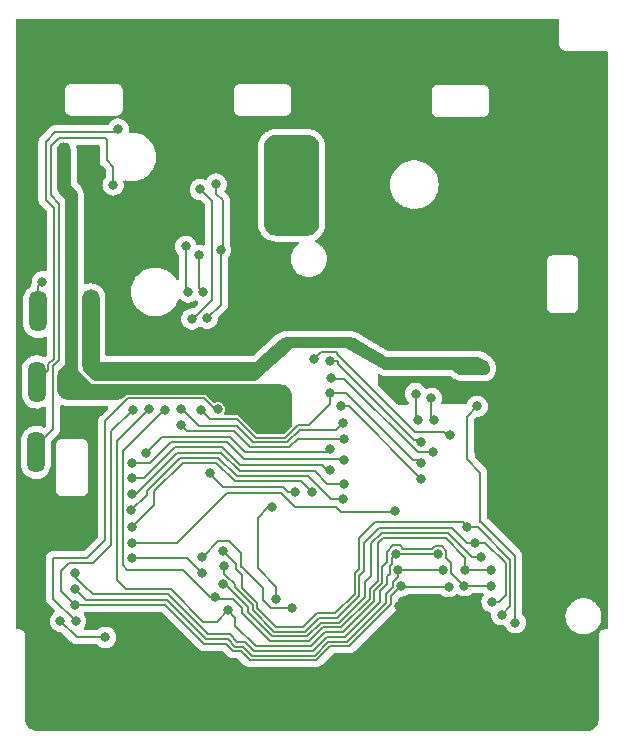
<source format=gbl>
G04 #@! TF.GenerationSoftware,KiCad,Pcbnew,(6.0.9)*
G04 #@! TF.CreationDate,2023-01-08T00:32:06-05:00*
G04 #@! TF.ProjectId,DMG-DECN-02,444d472d-4445-4434-9e2d-30322e6b6963,rev?*
G04 #@! TF.SameCoordinates,Original*
G04 #@! TF.FileFunction,Copper,L2,Bot*
G04 #@! TF.FilePolarity,Positive*
%FSLAX46Y46*%
G04 Gerber Fmt 4.6, Leading zero omitted, Abs format (unit mm)*
G04 Created by KiCad (PCBNEW (6.0.9)) date 2023-01-08 00:32:06*
%MOMM*%
%LPD*%
G01*
G04 APERTURE LIST*
G04 #@! TA.AperFunction,SMDPad,CuDef*
%ADD10O,1.524000X3.500000*%
G04 #@! TD*
G04 #@! TA.AperFunction,ViaPad*
%ADD11C,0.800000*%
G04 #@! TD*
G04 #@! TA.AperFunction,Conductor*
%ADD12C,0.200000*%
G04 #@! TD*
G04 APERTURE END LIST*
D10*
X126150000Y-110550000D03*
X126325000Y-92550000D03*
X126150000Y-104475000D03*
X126200000Y-98525000D03*
D11*
X130780000Y-92970000D03*
X162740000Y-97410000D03*
X163830000Y-97420000D03*
X130760000Y-91830000D03*
X125160000Y-88880000D03*
X169410000Y-73680000D03*
X170100000Y-79330000D03*
X133810000Y-70090000D03*
X129370000Y-70090000D03*
X138270000Y-70090000D03*
X172820000Y-121160000D03*
X144700000Y-94990000D03*
X130850000Y-118580000D03*
X125110000Y-90020000D03*
X169500000Y-77200000D03*
X172480000Y-100330000D03*
X171610000Y-79280000D03*
X129800000Y-112420000D03*
X168620000Y-79330000D03*
X172570000Y-113870000D03*
X170170000Y-118950000D03*
X172100000Y-73660000D03*
X150330000Y-89980000D03*
X156910000Y-117520000D03*
X172570000Y-116160000D03*
X160710000Y-93180000D03*
X172480000Y-104790000D03*
X142730000Y-70070000D03*
X173225000Y-91400000D03*
X135980000Y-82000000D03*
X167275000Y-89625000D03*
X173260000Y-95850000D03*
X168180000Y-84260000D03*
X173080000Y-83810000D03*
X147220000Y-70110000D03*
X165150000Y-93160000D03*
X172550000Y-109340000D03*
X142260000Y-93420000D03*
X133590000Y-118780000D03*
X172140000Y-77180000D03*
X128590000Y-112440000D03*
X170850000Y-120450000D03*
X134930000Y-81990000D03*
X156400000Y-98780000D03*
X133090000Y-77110000D03*
X146270000Y-85220000D03*
X149280000Y-78570000D03*
X149320000Y-85200000D03*
X147780000Y-85200000D03*
X132670000Y-81840000D03*
X129840000Y-99030000D03*
X128450000Y-79980000D03*
X128480000Y-78970000D03*
X129170000Y-90070000D03*
X126680000Y-90040000D03*
X142420000Y-99490000D03*
X128650000Y-99030000D03*
X146760000Y-101970000D03*
X129490000Y-118770000D03*
X141530000Y-100850000D03*
X151040000Y-99460000D03*
X140150000Y-100910000D03*
X134240000Y-113450000D03*
X140180000Y-114690000D03*
X158740000Y-105360000D03*
X132020000Y-120150000D03*
X128210000Y-118780000D03*
X156560000Y-109460000D03*
X134280000Y-112120000D03*
X149470000Y-107860000D03*
X134290000Y-110770000D03*
X134210000Y-109400000D03*
X152160000Y-108470000D03*
X152200000Y-107130000D03*
X134230000Y-108020000D03*
X151040000Y-105980000D03*
X134230000Y-106680000D03*
X134230000Y-105380000D03*
X152230000Y-105150000D03*
X151020000Y-104210000D03*
X135480000Y-104510000D03*
X138400000Y-102210000D03*
X152180000Y-103340000D03*
X149670000Y-96570000D03*
X161230000Y-103010000D03*
X151040000Y-96790000D03*
X158760000Y-103590000D03*
X158780000Y-106730000D03*
X146500000Y-116910000D03*
X151960000Y-100600000D03*
X146120000Y-109150000D03*
X147790000Y-117670000D03*
X159780000Y-104480000D03*
X151110000Y-98180000D03*
X140180000Y-113310000D03*
X138390000Y-100820000D03*
X152140000Y-101990000D03*
X158510000Y-101770000D03*
X158290000Y-99510000D03*
X159610000Y-99910000D03*
X159860000Y-101750000D03*
X129470000Y-114670000D03*
X156660000Y-113060000D03*
X160190000Y-113090000D03*
X160620000Y-114440000D03*
X129460000Y-116070000D03*
X156800000Y-114450000D03*
X134320000Y-100880000D03*
X129460000Y-117410000D03*
X161080000Y-115860000D03*
X157060000Y-115800000D03*
X164700000Y-115800000D03*
X142410000Y-117860000D03*
X162420000Y-115780000D03*
X135680000Y-100840000D03*
X162490000Y-114410000D03*
X164700000Y-114410000D03*
X137030000Y-100870000D03*
X141300000Y-116760000D03*
X141970000Y-115650000D03*
X163790000Y-113310000D03*
X163350000Y-112150000D03*
X164750000Y-117140000D03*
X142050000Y-114150000D03*
X162660000Y-110810000D03*
X165560000Y-118240000D03*
X141980000Y-112820000D03*
X163490000Y-100590000D03*
X166730000Y-118910000D03*
X141770000Y-87340000D03*
X141390000Y-81770000D03*
X140640000Y-93130000D03*
X148080000Y-107820000D03*
X140890000Y-106230000D03*
X140060000Y-82220000D03*
X139340000Y-93190000D03*
X139930000Y-87810000D03*
X140260000Y-90910000D03*
X138830000Y-87050000D03*
X139030000Y-90910000D03*
D12*
X127600000Y-102550000D02*
X125775000Y-104375000D01*
X127600000Y-97200000D02*
X127600000Y-102550000D01*
X128130000Y-96670000D02*
X127600000Y-97200000D01*
X128130000Y-83455000D02*
X128130000Y-96670000D01*
X127400000Y-82725000D02*
X128130000Y-83455000D01*
X128075000Y-77850000D02*
X127400000Y-78525000D01*
X131950000Y-77850000D02*
X128075000Y-77850000D01*
X132125000Y-78025000D02*
X131950000Y-77850000D01*
X127400000Y-78525000D02*
X127400000Y-82725000D01*
X132670000Y-80320000D02*
X132125000Y-79775000D01*
X132670000Y-81840000D02*
X132670000Y-80320000D01*
X132125000Y-79775000D02*
X132125000Y-78025000D01*
X127650000Y-83800000D02*
X127650000Y-96548960D01*
X126950000Y-78175000D02*
X126950000Y-83100000D01*
X132850000Y-77350000D02*
X127775000Y-77350000D01*
X133090000Y-77110000D02*
X132850000Y-77350000D01*
X127175000Y-97550000D02*
X126200000Y-98525000D01*
X127175000Y-97023960D02*
X127175000Y-97550000D01*
X127650000Y-96548960D02*
X127175000Y-97023960D01*
X126950000Y-83100000D02*
X127650000Y-83800000D01*
X127775000Y-77350000D02*
X126950000Y-78175000D01*
X126325000Y-92550000D02*
X126325000Y-90395000D01*
X126325000Y-90395000D02*
X126680000Y-90040000D01*
X132000000Y-111920000D02*
X132000000Y-101850000D01*
X127600000Y-116880000D02*
X127600000Y-113420000D01*
X141300000Y-100850000D02*
X141530000Y-100850000D01*
X129490000Y-118770000D02*
X127600000Y-116880000D01*
X133925000Y-99925000D02*
X140375000Y-99925000D01*
X132000000Y-101850000D02*
X133925000Y-99925000D01*
X140375000Y-99925000D02*
X141300000Y-100850000D01*
X130500000Y-113420000D02*
X132000000Y-111920000D01*
X127600000Y-113420000D02*
X130500000Y-113420000D01*
X158555000Y-105175000D02*
X158075000Y-105175000D01*
X143151040Y-101650000D02*
X140890000Y-101650000D01*
X140180000Y-114690000D02*
X140180000Y-114680000D01*
X152360000Y-99460000D02*
X151040000Y-99460000D01*
X144751040Y-103250000D02*
X143151040Y-101650000D01*
X140890000Y-101650000D02*
X140150000Y-100910000D01*
X148310000Y-102190000D02*
X147250000Y-103250000D01*
X149270000Y-102190000D02*
X148310000Y-102190000D01*
X158075000Y-105175000D02*
X152360000Y-99460000D01*
X158740000Y-105360000D02*
X158555000Y-105175000D01*
X151040000Y-99460000D02*
X151040000Y-100420000D01*
X151040000Y-100420000D02*
X149270000Y-102190000D01*
X147250000Y-103250000D02*
X144751040Y-103250000D01*
X138950000Y-113450000D02*
X134240000Y-113450000D01*
X140180000Y-114680000D02*
X138950000Y-113450000D01*
X129580000Y-120150000D02*
X128210000Y-118780000D01*
X132020000Y-120150000D02*
X129580000Y-120150000D01*
X156445000Y-109575000D02*
X156560000Y-109460000D01*
X134280000Y-112120000D02*
X138105000Y-112120000D01*
X152000000Y-109575000D02*
X156445000Y-109575000D01*
X151515000Y-109090000D02*
X152000000Y-109575000D01*
X138105000Y-112120000D02*
X142325000Y-107900000D01*
X148065000Y-109090000D02*
X151515000Y-109090000D01*
X142325000Y-107900000D02*
X146875000Y-107900000D01*
X146875000Y-107900000D02*
X148065000Y-109090000D01*
X138575000Y-105375000D02*
X141388604Y-105375000D01*
X138575000Y-105375000D02*
X136150000Y-107800000D01*
X148560000Y-106950000D02*
X149470000Y-107860000D01*
X136150000Y-108910000D02*
X134290000Y-110770000D01*
X136150000Y-107800000D02*
X136150000Y-108910000D01*
X142963604Y-106950000D02*
X148560000Y-106950000D01*
X141388604Y-105375000D02*
X142963604Y-106950000D01*
X141575000Y-104925000D02*
X138350000Y-104925000D01*
X138350000Y-104925000D02*
X135500000Y-107775000D01*
X149135305Y-106500000D02*
X143150000Y-106500000D01*
X135500000Y-107775000D02*
X135500000Y-108110000D01*
X152160000Y-108470000D02*
X151105305Y-108470000D01*
X143150000Y-106500000D02*
X141575000Y-104925000D01*
X135500000Y-108110000D02*
X134210000Y-109400000D01*
X151105305Y-108470000D02*
X149135305Y-106500000D01*
X152200000Y-107130000D02*
X150755000Y-107130000D01*
X141825000Y-104525000D02*
X138100000Y-104525000D01*
X143400000Y-106100000D02*
X141825000Y-104525000D01*
X138100000Y-104525000D02*
X134605000Y-108020000D01*
X134605000Y-108020000D02*
X134230000Y-108020000D01*
X150755000Y-107130000D02*
X149725000Y-106100000D01*
X149725000Y-106100000D02*
X143400000Y-106100000D01*
X137950000Y-104025000D02*
X135295000Y-106680000D01*
X135295000Y-106680000D02*
X134230000Y-106680000D01*
X141925000Y-104025000D02*
X137950000Y-104025000D01*
X150345000Y-105520000D02*
X143420000Y-105520000D01*
X143420000Y-105520000D02*
X141925000Y-104025000D01*
X150805000Y-105980000D02*
X150345000Y-105520000D01*
X151040000Y-105980000D02*
X150805000Y-105980000D01*
X143760000Y-105060000D02*
X142300000Y-103600000D01*
X152230000Y-105150000D02*
X152140000Y-105060000D01*
X152140000Y-105060000D02*
X143760000Y-105060000D01*
X135795000Y-105380000D02*
X134230000Y-105380000D01*
X137575000Y-103600000D02*
X135795000Y-105380000D01*
X142300000Y-103600000D02*
X137575000Y-103600000D01*
X150780000Y-104450000D02*
X143825000Y-104450000D01*
X142550000Y-103175000D02*
X136815000Y-103175000D01*
X151020000Y-104210000D02*
X150780000Y-104450000D01*
X143825000Y-104450000D02*
X142550000Y-103175000D01*
X136815000Y-103175000D02*
X135480000Y-104510000D01*
X148291372Y-103340000D02*
X147581371Y-104050000D01*
X147581371Y-104050000D02*
X144275000Y-104050000D01*
X144275000Y-104050000D02*
X142925000Y-102700000D01*
X152180000Y-103340000D02*
X148291372Y-103340000D01*
X138890000Y-102700000D02*
X138400000Y-102210000D01*
X142925000Y-102700000D02*
X138890000Y-102700000D01*
X158200000Y-102725000D02*
X151625000Y-96150000D01*
X151625000Y-96000000D02*
X151600000Y-95975000D01*
X151625000Y-96150000D02*
X151625000Y-96000000D01*
X150265000Y-95975000D02*
X149670000Y-96570000D01*
X161010000Y-103010000D02*
X160725000Y-102725000D01*
X160725000Y-102725000D02*
X158200000Y-102725000D01*
X151600000Y-95975000D02*
X150265000Y-95975000D01*
X161230000Y-103010000D02*
X161010000Y-103010000D01*
X158125000Y-103400000D02*
X151700000Y-96975000D01*
X158570000Y-103400000D02*
X158125000Y-103400000D01*
X151700000Y-96875000D02*
X151615000Y-96790000D01*
X158760000Y-103590000D02*
X158570000Y-103400000D01*
X151615000Y-96790000D02*
X151040000Y-96790000D01*
X151700000Y-96975000D02*
X151700000Y-96875000D01*
X144925000Y-110025000D02*
X145800000Y-109150000D01*
X146500000Y-116910000D02*
X146500000Y-115850000D01*
X158730000Y-106730000D02*
X152600000Y-100600000D01*
X146500000Y-115850000D02*
X144925000Y-114275000D01*
X145800000Y-109150000D02*
X146120000Y-109150000D01*
X152600000Y-100600000D02*
X151960000Y-100600000D01*
X158780000Y-106730000D02*
X158730000Y-106730000D01*
X144925000Y-114275000D02*
X144925000Y-110025000D01*
X142450000Y-112000000D02*
X141550000Y-112000000D01*
X147790000Y-117670000D02*
X146020000Y-117670000D01*
X145375000Y-116000000D02*
X143550000Y-114175000D01*
X141550000Y-112000000D02*
X140240000Y-113310000D01*
X145375000Y-117025000D02*
X145375000Y-116000000D01*
X151180000Y-98250000D02*
X151110000Y-98180000D01*
X143550000Y-114175000D02*
X143525000Y-114175000D01*
X143475000Y-114125000D02*
X143475000Y-113025000D01*
X159780000Y-104480000D02*
X158455000Y-104480000D01*
X158455000Y-104480000D02*
X152225000Y-98250000D01*
X146020000Y-117670000D02*
X145375000Y-117025000D01*
X143525000Y-114175000D02*
X143475000Y-114125000D01*
X152225000Y-98250000D02*
X151180000Y-98250000D01*
X140240000Y-113310000D02*
X140180000Y-113310000D01*
X143475000Y-113025000D02*
X142450000Y-112000000D01*
X138390000Y-100820000D02*
X138520000Y-100820000D01*
X152110000Y-101990000D02*
X152140000Y-101990000D01*
X151510000Y-102590000D02*
X152110000Y-101990000D01*
X143175000Y-102275000D02*
X144550000Y-103650000D01*
X144550000Y-103650000D02*
X147415686Y-103650000D01*
X147415686Y-103650000D02*
X148475686Y-102590000D01*
X139975000Y-102275000D02*
X143175000Y-102275000D01*
X148475686Y-102590000D02*
X151510000Y-102590000D01*
X138520000Y-100820000D02*
X139975000Y-102275000D01*
X158290000Y-101550000D02*
X158510000Y-101770000D01*
X158290000Y-99510000D02*
X158290000Y-101550000D01*
X159610000Y-99910000D02*
X159610000Y-101500000D01*
X159610000Y-101500000D02*
X159860000Y-101750000D01*
X130930000Y-116520000D02*
X137336726Y-116520000D01*
X129760305Y-115345000D02*
X130185000Y-115769695D01*
X129470000Y-115060000D02*
X129755000Y-115345000D01*
X156310000Y-113914695D02*
X156310000Y-113410000D01*
X156075000Y-114149695D02*
X156310000Y-113914695D01*
X156075000Y-114750305D02*
X156075000Y-114149695D01*
X155300000Y-116250000D02*
X155885000Y-115665000D01*
X150738630Y-120110000D02*
X152318628Y-120110000D01*
X144571372Y-121290000D02*
X149558630Y-121290000D01*
X143178936Y-120527564D02*
X143808934Y-120527564D01*
X130185000Y-115769695D02*
X130185000Y-115775000D01*
X141650153Y-119898477D02*
X142549849Y-119898477D01*
X155885000Y-114940305D02*
X156075000Y-114750305D01*
X140716726Y-119900000D02*
X141648628Y-119900000D01*
X156310000Y-113410000D02*
X156660000Y-113060000D01*
X155885000Y-115665000D02*
X155885000Y-114940305D01*
X129470000Y-114670000D02*
X129470000Y-115060000D01*
X129755000Y-115345000D02*
X129760305Y-115345000D01*
X155300000Y-117128628D02*
X155300000Y-116250000D01*
X152318628Y-120110000D02*
X155300000Y-117128628D01*
X142549849Y-119898477D02*
X143178936Y-120527564D01*
X130185000Y-115775000D02*
X130930000Y-116520000D01*
X160160000Y-113060000D02*
X156660000Y-113060000D01*
X149558630Y-121290000D02*
X150738630Y-120110000D01*
X160190000Y-113090000D02*
X160160000Y-113060000D01*
X143808934Y-120527564D02*
X144571372Y-121290000D01*
X141648628Y-119900000D02*
X141650153Y-119898477D01*
X137336726Y-116520000D02*
X140716726Y-119900000D01*
X156335000Y-115895000D02*
X156335000Y-115499695D01*
X150904315Y-120510000D02*
X152484314Y-120510000D01*
X140551040Y-120300000D02*
X141814314Y-120300000D01*
X141815838Y-120298477D02*
X142384163Y-120298477D01*
X141814314Y-120300000D02*
X141815838Y-120298477D01*
X129460000Y-116070000D02*
X130360000Y-116970000D01*
X156335000Y-115499695D02*
X156759695Y-115075000D01*
X160620000Y-114440000D02*
X156810000Y-114440000D01*
X143013250Y-120927564D02*
X143643249Y-120927564D01*
X156759695Y-115075000D02*
X156800000Y-115075000D01*
X143643249Y-120927564D02*
X144405686Y-121690000D01*
X152484314Y-120510000D02*
X155750000Y-117244314D01*
X156800000Y-115075000D02*
X156800000Y-114450000D01*
X155750000Y-116480000D02*
X156335000Y-115895000D01*
X130360000Y-116970000D02*
X137221040Y-116970000D01*
X156810000Y-114440000D02*
X156800000Y-114450000D01*
X149724314Y-121690000D02*
X150904315Y-120510000D01*
X155750000Y-117244314D02*
X155750000Y-116480000D01*
X137221040Y-116970000D02*
X140551040Y-120300000D01*
X142384163Y-120298477D02*
X143013250Y-120927564D01*
X144405686Y-121690000D02*
X149724314Y-121690000D01*
X156210000Y-116650000D02*
X156210000Y-117350000D01*
X161080000Y-115860000D02*
X157120000Y-115860000D01*
X156210000Y-117350000D02*
X152650000Y-120910000D01*
X143477564Y-121327564D02*
X142847564Y-121327564D01*
X157060000Y-115800000D02*
X156210000Y-116650000D01*
X149890000Y-122090000D02*
X144240000Y-122090000D01*
X144240000Y-122090000D02*
X143477564Y-121327564D01*
X137060000Y-117410000D02*
X129460000Y-117410000D01*
X132480000Y-102720000D02*
X134320000Y-100880000D01*
X141981523Y-120698477D02*
X141980000Y-120700000D01*
X152650000Y-120910000D02*
X151070000Y-120910000D01*
X130930000Y-113880000D02*
X132480000Y-112330000D01*
X128260000Y-114550000D02*
X128930000Y-113880000D01*
X132480000Y-112330000D02*
X132480000Y-102720000D01*
X142218477Y-120698477D02*
X141981523Y-120698477D01*
X140350000Y-120700000D02*
X137060000Y-117410000D01*
X141980000Y-120700000D02*
X140350000Y-120700000D01*
X157120000Y-115860000D02*
X157060000Y-115800000D01*
X142847564Y-121327564D02*
X142218477Y-120698477D01*
X129460000Y-117410000D02*
X128260000Y-116210000D01*
X128260000Y-116210000D02*
X128260000Y-114550000D01*
X128930000Y-113880000D02*
X130930000Y-113880000D01*
X151070000Y-120910000D02*
X149890000Y-122090000D01*
X137583476Y-116095000D02*
X140318476Y-118830000D01*
X160479950Y-112390000D02*
X160890000Y-112800050D01*
X155460000Y-115524314D02*
X155460000Y-114163654D01*
X161320000Y-114680000D02*
X162420000Y-115780000D01*
X143020000Y-119172945D02*
X144737057Y-120890000D01*
X149392944Y-120890000D02*
X150572945Y-119710000D01*
X162420000Y-115780000D02*
X164680000Y-115780000D01*
X133735000Y-116095000D02*
X137583476Y-116095000D01*
X143020000Y-118470000D02*
X143020000Y-119172945D01*
X135680000Y-100840000D02*
X135680000Y-100845000D01*
X156370050Y-112360000D02*
X156949950Y-112360000D01*
X159655050Y-112635000D02*
X159900050Y-112390000D01*
X142410000Y-117860000D02*
X143020000Y-118470000D01*
X157224950Y-112635000D02*
X159655050Y-112635000D01*
X140318476Y-118830000D02*
X141440000Y-118830000D01*
X135680000Y-100845000D02*
X132975000Y-103550000D01*
X164680000Y-115780000D02*
X164700000Y-115800000D01*
X160890000Y-113410000D02*
X161320000Y-113840000D01*
X132975000Y-115335000D02*
X133735000Y-116095000D01*
X141440000Y-118830000D02*
X142410000Y-117860000D01*
X150572945Y-119710000D02*
X152152942Y-119710000D01*
X159900050Y-112390000D02*
X160479950Y-112390000D01*
X132975000Y-103550000D02*
X132975000Y-115335000D01*
X160890000Y-112800050D02*
X160890000Y-113410000D01*
X154800000Y-117062942D02*
X154800000Y-116184314D01*
X154800000Y-116184314D02*
X155460000Y-115524314D01*
X161320000Y-113840000D02*
X161320000Y-114680000D01*
X155830000Y-112900050D02*
X156370050Y-112360000D01*
X156949950Y-112360000D02*
X157224950Y-112635000D01*
X152152942Y-119710000D02*
X154800000Y-117062942D01*
X155830000Y-113793654D02*
X155830000Y-112900050D01*
X144737057Y-120890000D02*
X149392944Y-120890000D01*
X155460000Y-114163654D02*
X155830000Y-113793654D01*
X140885000Y-116760000D02*
X141300000Y-116760000D01*
X154390000Y-116907256D02*
X151987256Y-119310000D01*
X150407260Y-119310000D02*
X149247258Y-120470000D01*
X155080000Y-112195000D02*
X155080000Y-113977968D01*
X149247258Y-120470000D02*
X145995000Y-120470000D01*
X133480000Y-104370000D02*
X133480000Y-114055000D01*
X145995000Y-120470000D02*
X143575000Y-118050000D01*
X143575000Y-117650000D02*
X142825000Y-116900000D01*
X136980000Y-100870000D02*
X133480000Y-104370000D01*
X162490000Y-114410000D02*
X162490000Y-113415000D01*
X154390000Y-116028628D02*
X154390000Y-116907256D01*
X162490000Y-113415000D02*
X160825000Y-111750000D01*
X137030000Y-100870000D02*
X136980000Y-100870000D01*
X141440000Y-116900000D02*
X141300000Y-116760000D01*
X155080000Y-113977968D02*
X155060000Y-113997969D01*
X133850000Y-114425000D02*
X138550000Y-114425000D01*
X155060000Y-113997969D02*
X155060000Y-115358628D01*
X143575000Y-118050000D02*
X143575000Y-117650000D01*
X138550000Y-114425000D02*
X140885000Y-116760000D01*
X155060000Y-115358628D02*
X154390000Y-116028628D01*
X151987256Y-119310000D02*
X150407260Y-119310000D01*
X142825000Y-116900000D02*
X141440000Y-116900000D01*
X164700000Y-114410000D02*
X162490000Y-114410000D01*
X160825000Y-111750000D02*
X155525000Y-111750000D01*
X155525000Y-111750000D02*
X155080000Y-112195000D01*
X133480000Y-114055000D02*
X133850000Y-114425000D01*
X141970000Y-115650000D02*
X142140686Y-115650000D01*
X150241575Y-118910000D02*
X151810000Y-118910000D01*
X163085000Y-113310000D02*
X163790000Y-113310000D01*
X144075000Y-117984314D02*
X146160686Y-120070000D01*
X151810000Y-118910000D02*
X153990000Y-116730000D01*
X153990000Y-116730000D02*
X153990000Y-115425686D01*
X155400000Y-111275000D02*
X161050000Y-111275000D01*
X153990000Y-115425686D02*
X154475000Y-114940686D01*
X154475000Y-114940686D02*
X154475000Y-112200000D01*
X149081573Y-120070000D02*
X150241575Y-118910000D01*
X146160686Y-120070000D02*
X149081573Y-120070000D01*
X142140686Y-115650000D02*
X144075000Y-117584314D01*
X144075000Y-117584314D02*
X144075000Y-117984314D01*
X154475000Y-112200000D02*
X155400000Y-111275000D01*
X161050000Y-111275000D02*
X163085000Y-113310000D01*
X142240000Y-114950000D02*
X142259950Y-114950000D01*
X153525000Y-116629314D02*
X153525000Y-114950000D01*
X164175000Y-112150000D02*
X165900000Y-113875000D01*
X150075890Y-118510000D02*
X151644314Y-118510000D01*
X165340000Y-117140000D02*
X164750000Y-117140000D01*
X148925888Y-119660000D02*
X150075890Y-118510000D01*
X155200000Y-110850000D02*
X161325000Y-110850000D01*
X165900000Y-116580000D02*
X165340000Y-117140000D01*
X153925000Y-114550000D02*
X153925000Y-112125000D01*
X142050000Y-114760000D02*
X142240000Y-114950000D01*
X162625000Y-112150000D02*
X163350000Y-112150000D01*
X142050000Y-114150000D02*
X142050000Y-114760000D01*
X161325000Y-110850000D02*
X162625000Y-112150000D01*
X142980000Y-115923628D02*
X144475000Y-117418629D01*
X153925000Y-112125000D02*
X155200000Y-110850000D01*
X165900000Y-113875000D02*
X165900000Y-116580000D01*
X142259950Y-114950000D02*
X142980000Y-115670050D01*
X146316372Y-119660000D02*
X148925888Y-119660000D01*
X151644314Y-118510000D02*
X153525000Y-116629314D01*
X144475000Y-117418629D02*
X144475000Y-117818628D01*
X144475000Y-117818628D02*
X146316372Y-119660000D01*
X142980000Y-115670050D02*
X142980000Y-115923628D01*
X153525000Y-114950000D02*
X153925000Y-114550000D01*
X163350000Y-112150000D02*
X164175000Y-112150000D01*
X143600000Y-114875000D02*
X143075000Y-114350000D01*
X153525000Y-111750000D02*
X153525000Y-114334909D01*
X143075000Y-114350000D02*
X143050000Y-114350000D01*
X162275000Y-110425000D02*
X154850000Y-110425000D01*
X154850000Y-110425000D02*
X153525000Y-111750000D01*
X153125000Y-116463628D02*
X151478628Y-118110000D01*
X163535000Y-110810000D02*
X162660000Y-110810000D01*
X166300000Y-117500000D02*
X166300000Y-113575000D01*
X149910205Y-118110000D02*
X148760203Y-119260000D01*
X162660000Y-110810000D02*
X162275000Y-110425000D01*
X165560000Y-118240000D02*
X166300000Y-117500000D01*
X166300000Y-113575000D02*
X163535000Y-110810000D01*
X143075000Y-113950000D02*
X143075000Y-113915000D01*
X143050000Y-113975000D02*
X143075000Y-113950000D01*
X143050000Y-114350000D02*
X143050000Y-113975000D01*
X143075000Y-113915000D02*
X141980000Y-112820000D01*
X153125000Y-114734909D02*
X153125000Y-116463628D01*
X143600000Y-115977942D02*
X143600000Y-114875000D01*
X153525000Y-114334909D02*
X153125000Y-114734909D01*
X148760203Y-119260000D02*
X146482058Y-119260000D01*
X146482058Y-119260000D02*
X144875000Y-117652942D01*
X151478628Y-118110000D02*
X149910205Y-118110000D01*
X144875000Y-117252943D02*
X143600000Y-115977942D01*
X144875000Y-117652942D02*
X144875000Y-117252943D01*
X166700000Y-118880000D02*
X166700000Y-113250000D01*
X141390000Y-81770000D02*
X141390000Y-82590000D01*
X166730000Y-118910000D02*
X166700000Y-118880000D01*
X163800000Y-110350000D02*
X163775000Y-110350000D01*
X163750000Y-106200000D02*
X162600000Y-105050000D01*
X141950000Y-87160000D02*
X141770000Y-87340000D01*
X141950000Y-83150000D02*
X141950000Y-87160000D01*
X162600000Y-101480000D02*
X163490000Y-100590000D01*
X141390000Y-82590000D02*
X141950000Y-83150000D01*
X166700000Y-113250000D02*
X163800000Y-110350000D01*
X163775000Y-110350000D02*
X163750000Y-110325000D01*
X141770000Y-92000000D02*
X140640000Y-93130000D01*
X162600000Y-105050000D02*
X162600000Y-101480000D01*
X141770000Y-87340000D02*
X141770000Y-92000000D01*
X163750000Y-110325000D02*
X163750000Y-106200000D01*
X147030000Y-107400000D02*
X142010000Y-107400000D01*
X142010000Y-107400000D02*
X140890000Y-106280000D01*
X147450000Y-107820000D02*
X147030000Y-107400000D01*
X140890000Y-106280000D02*
X140890000Y-106230000D01*
X148080000Y-107820000D02*
X147450000Y-107820000D01*
X141025000Y-83185000D02*
X141025000Y-91575000D01*
X139410000Y-93190000D02*
X139340000Y-93190000D01*
X141025000Y-91575000D02*
X139410000Y-93190000D01*
X140060000Y-82220000D02*
X141025000Y-83185000D01*
X139930000Y-90580000D02*
X140260000Y-90910000D01*
X139930000Y-87810000D02*
X139930000Y-90580000D01*
X138830000Y-90710000D02*
X139030000Y-90910000D01*
X138830000Y-87050000D02*
X138830000Y-90710000D01*
G04 #@! TA.AperFunction,Conductor*
G36*
X128506460Y-78242171D02*
G01*
X128599991Y-78254507D01*
X128626065Y-78257946D01*
X128657889Y-78266489D01*
X128769301Y-78312729D01*
X128797822Y-78329231D01*
X128893435Y-78402775D01*
X128916702Y-78426107D01*
X128989980Y-78521928D01*
X129006401Y-78550494D01*
X129052331Y-78662039D01*
X129060783Y-78693882D01*
X129077288Y-78821790D01*
X129078324Y-78838265D01*
X129070000Y-81810000D01*
X129381544Y-82106708D01*
X129381546Y-82106711D01*
X129385327Y-82110312D01*
X129394084Y-82119540D01*
X129513036Y-82258312D01*
X129527560Y-82279203D01*
X129613098Y-82433439D01*
X129623128Y-82456823D01*
X129675931Y-82625086D01*
X129681060Y-82650008D01*
X129699634Y-82831839D01*
X129700286Y-82844560D01*
X129700674Y-83432075D01*
X129710000Y-97570000D01*
X129999591Y-97862087D01*
X129999593Y-97862090D01*
X130001758Y-97864274D01*
X130001761Y-97864277D01*
X130574410Y-98441863D01*
X130574419Y-98441871D01*
X130576595Y-98444066D01*
X130870000Y-98740000D01*
X146823813Y-98740000D01*
X146836163Y-98740607D01*
X147012740Y-98757999D01*
X147036957Y-98762815D01*
X147200809Y-98812518D01*
X147223629Y-98821971D01*
X147374631Y-98902683D01*
X147395158Y-98916399D01*
X147527521Y-99025026D01*
X147544974Y-99042479D01*
X147653601Y-99174842D01*
X147667317Y-99195369D01*
X147716607Y-99287583D01*
X147748029Y-99346371D01*
X147757482Y-99369190D01*
X147807185Y-99533043D01*
X147812001Y-99557260D01*
X147823682Y-99675850D01*
X147829393Y-99733837D01*
X147830000Y-99746187D01*
X147830000Y-102192839D01*
X147809998Y-102260960D01*
X147793095Y-102281934D01*
X147162434Y-102912595D01*
X147100122Y-102946621D01*
X147073339Y-102949500D01*
X144927702Y-102949500D01*
X144859581Y-102929498D01*
X144838607Y-102912595D01*
X143400559Y-101474548D01*
X143398803Y-101472514D01*
X143396465Y-101467731D01*
X143360681Y-101434536D01*
X143360563Y-101434427D01*
X143357158Y-101431147D01*
X143343763Y-101417752D01*
X143339793Y-101415028D01*
X143337145Y-101412703D01*
X143322921Y-101399508D01*
X143322918Y-101399506D01*
X143314394Y-101391599D01*
X143303590Y-101387289D01*
X143299601Y-101384767D01*
X143288813Y-101379006D01*
X143284488Y-101377089D01*
X143274894Y-101370508D01*
X143263575Y-101367822D01*
X143263573Y-101367821D01*
X143250913Y-101364817D01*
X143233316Y-101359252D01*
X143218678Y-101353412D01*
X143218675Y-101353411D01*
X143210418Y-101350117D01*
X143204125Y-101349500D01*
X143201046Y-101349500D01*
X143197973Y-101349350D01*
X143197984Y-101349134D01*
X143186609Y-101347802D01*
X143177294Y-101347346D01*
X143165974Y-101344660D01*
X143154445Y-101346229D01*
X143154444Y-101346229D01*
X143138867Y-101348349D01*
X143121876Y-101349500D01*
X142157989Y-101349500D01*
X142089868Y-101329498D01*
X142043375Y-101275842D01*
X142033271Y-101205568D01*
X142048869Y-101160501D01*
X142049509Y-101159392D01*
X142054536Y-101152841D01*
X142115044Y-101006762D01*
X142135682Y-100850000D01*
X142115044Y-100693238D01*
X142054536Y-100547159D01*
X141981105Y-100451462D01*
X141963305Y-100428264D01*
X141958282Y-100421718D01*
X141832841Y-100325464D01*
X141686762Y-100264956D01*
X141530000Y-100244318D01*
X141373238Y-100264956D01*
X141365611Y-100268115D01*
X141365608Y-100268116D01*
X141286043Y-100301073D01*
X141215453Y-100308662D01*
X141148730Y-100273759D01*
X140624519Y-99749548D01*
X140622763Y-99747514D01*
X140620425Y-99742731D01*
X140584523Y-99709427D01*
X140581118Y-99706147D01*
X140567723Y-99692752D01*
X140563753Y-99690028D01*
X140561105Y-99687703D01*
X140546881Y-99674508D01*
X140546878Y-99674506D01*
X140538354Y-99666599D01*
X140527550Y-99662289D01*
X140523561Y-99659767D01*
X140512773Y-99654006D01*
X140508448Y-99652089D01*
X140498854Y-99645508D01*
X140487535Y-99642822D01*
X140487533Y-99642821D01*
X140474873Y-99639817D01*
X140457276Y-99634252D01*
X140442638Y-99628412D01*
X140442635Y-99628411D01*
X140434378Y-99625117D01*
X140428085Y-99624500D01*
X140425006Y-99624500D01*
X140421933Y-99624350D01*
X140421944Y-99624134D01*
X140410569Y-99622802D01*
X140401254Y-99622346D01*
X140389934Y-99619660D01*
X140378405Y-99621229D01*
X140378404Y-99621229D01*
X140362827Y-99623349D01*
X140345836Y-99624500D01*
X133977366Y-99624500D01*
X133974693Y-99624304D01*
X133969658Y-99622575D01*
X133958036Y-99623011D01*
X133958034Y-99623011D01*
X133920745Y-99624411D01*
X133916019Y-99624500D01*
X133897052Y-99624500D01*
X133892317Y-99625382D01*
X133888791Y-99625610D01*
X133885051Y-99625751D01*
X133857792Y-99626774D01*
X133847107Y-99631364D01*
X133842507Y-99632401D01*
X133830786Y-99635962D01*
X133826383Y-99637661D01*
X133814947Y-99639791D01*
X133793961Y-99652727D01*
X133790487Y-99654532D01*
X133720000Y-99630000D01*
X133465000Y-99845000D01*
X133299843Y-99954093D01*
X133273631Y-99967308D01*
X133101601Y-100030152D01*
X133073044Y-100036944D01*
X132883774Y-100059142D01*
X132869097Y-100060000D01*
X128940399Y-100060000D01*
X128928016Y-100059390D01*
X128925505Y-100059142D01*
X128750972Y-100041906D01*
X128726688Y-100037062D01*
X128562445Y-99987100D01*
X128539575Y-99977598D01*
X128495738Y-99954093D01*
X128388285Y-99896477D01*
X128367721Y-99882691D01*
X128235208Y-99773534D01*
X128217735Y-99755987D01*
X128209731Y-99746187D01*
X128109144Y-99623031D01*
X128095440Y-99602405D01*
X128014950Y-99450769D01*
X128005545Y-99427860D01*
X127956272Y-99263419D01*
X127951529Y-99239111D01*
X127934786Y-99061994D01*
X127934228Y-99049609D01*
X127938182Y-98104639D01*
X127938902Y-98091710D01*
X127958341Y-97910723D01*
X127963726Y-97885432D01*
X128017712Y-97718408D01*
X128028149Y-97694749D01*
X128115097Y-97542273D01*
X128130140Y-97521251D01*
X128255000Y-97380000D01*
X128570000Y-97090000D01*
X128560000Y-83030000D01*
X128186642Y-82645328D01*
X128178637Y-82636244D01*
X128069959Y-82500236D01*
X128056725Y-82479941D01*
X128044645Y-82456823D01*
X127978929Y-82331069D01*
X127969823Y-82308614D01*
X127954871Y-82258312D01*
X127921961Y-82147595D01*
X127917323Y-82123816D01*
X127916911Y-82119543D01*
X127900584Y-81950547D01*
X127900000Y-81938431D01*
X127900000Y-78838259D01*
X127901078Y-78821812D01*
X127917939Y-78693743D01*
X127926452Y-78661972D01*
X127972697Y-78550327D01*
X127989144Y-78521841D01*
X128062710Y-78425968D01*
X128085968Y-78402710D01*
X128181841Y-78329144D01*
X128210327Y-78312697D01*
X128321972Y-78266452D01*
X128353743Y-78257939D01*
X128417993Y-78249480D01*
X128473540Y-78242167D01*
X128506460Y-78242171D01*
G37*
G04 #@! TD.AperFunction*
G04 #@! TA.AperFunction,Conductor*
G36*
X149146163Y-77620607D02*
G01*
X149322740Y-77637999D01*
X149346957Y-77642815D01*
X149510809Y-77692518D01*
X149533629Y-77701971D01*
X149684631Y-77782683D01*
X149705158Y-77796399D01*
X149837521Y-77905026D01*
X149854974Y-77922479D01*
X149963601Y-78054842D01*
X149977319Y-78075372D01*
X150058029Y-78226371D01*
X150067482Y-78249190D01*
X150117185Y-78413043D01*
X150122002Y-78437263D01*
X150139393Y-78613837D01*
X150140000Y-78626187D01*
X150140000Y-85123813D01*
X150139393Y-85136163D01*
X150122002Y-85312737D01*
X150117185Y-85336957D01*
X150067482Y-85500809D01*
X150058029Y-85523629D01*
X149977319Y-85674628D01*
X149963601Y-85695158D01*
X149854974Y-85827521D01*
X149837521Y-85844974D01*
X149705158Y-85953601D01*
X149684631Y-85967317D01*
X149592417Y-86016607D01*
X149533629Y-86048029D01*
X149510810Y-86057482D01*
X149346957Y-86107185D01*
X149322740Y-86112001D01*
X149146163Y-86129393D01*
X149133813Y-86130000D01*
X146446187Y-86130000D01*
X146433837Y-86129393D01*
X146257260Y-86112001D01*
X146233043Y-86107185D01*
X146069190Y-86057482D01*
X146046371Y-86048029D01*
X145987583Y-86016607D01*
X145895369Y-85967317D01*
X145874842Y-85953601D01*
X145742479Y-85844974D01*
X145725026Y-85827521D01*
X145616399Y-85695158D01*
X145602681Y-85674628D01*
X145521971Y-85523629D01*
X145512518Y-85500809D01*
X145462815Y-85336957D01*
X145457998Y-85312737D01*
X145440607Y-85136163D01*
X145440000Y-85123813D01*
X145440000Y-78626187D01*
X145440607Y-78613837D01*
X145457998Y-78437263D01*
X145462815Y-78413043D01*
X145512518Y-78249190D01*
X145521971Y-78226371D01*
X145602681Y-78075372D01*
X145616399Y-78054842D01*
X145725026Y-77922479D01*
X145742479Y-77905026D01*
X145874842Y-77796399D01*
X145895369Y-77782683D01*
X146046371Y-77701971D01*
X146069191Y-77692518D01*
X146233043Y-77642815D01*
X146257260Y-77637999D01*
X146433837Y-77620607D01*
X146446187Y-77620000D01*
X149133813Y-77620000D01*
X149146163Y-77620607D01*
G37*
G04 #@! TD.AperFunction*
G04 #@! TA.AperFunction,Conductor*
G36*
X130937970Y-90700720D02*
G01*
X130965635Y-90706864D01*
X131092862Y-90750616D01*
X131118453Y-90762786D01*
X131232688Y-90833865D01*
X131254912Y-90851446D01*
X131350374Y-90946256D01*
X131368107Y-90968359D01*
X131439966Y-91082104D01*
X131452311Y-91107611D01*
X131496934Y-91234537D01*
X131503267Y-91262158D01*
X131519201Y-91402957D01*
X131520000Y-91417126D01*
X131520000Y-96850000D01*
X132519238Y-96850759D01*
X132519241Y-96850759D01*
X137372839Y-96854444D01*
X144690000Y-96860000D01*
X144975903Y-96601611D01*
X146790128Y-94961977D01*
X146799059Y-94954622D01*
X146931955Y-94855047D01*
X146951649Y-94842941D01*
X147095288Y-94771899D01*
X147116856Y-94763596D01*
X147271073Y-94719987D01*
X147293792Y-94715765D01*
X147412445Y-94704835D01*
X147459165Y-94700531D01*
X147470723Y-94700000D01*
X152592598Y-94700000D01*
X152603730Y-94700493D01*
X152763064Y-94714627D01*
X152784974Y-94718544D01*
X152933937Y-94759036D01*
X152954814Y-94766749D01*
X153099393Y-94835231D01*
X153109215Y-94840427D01*
X154334707Y-95559828D01*
X155564993Y-96282044D01*
X155564996Y-96282045D01*
X155800000Y-96420000D01*
X163424961Y-96410348D01*
X163436004Y-96410819D01*
X163594071Y-96424524D01*
X163615822Y-96428353D01*
X163763703Y-96468008D01*
X163784451Y-96475575D01*
X163928172Y-96542797D01*
X163937955Y-96547907D01*
X164134301Y-96661697D01*
X164145326Y-96668882D01*
X164278185Y-96765711D01*
X164297703Y-96783331D01*
X164403136Y-96900699D01*
X164418565Y-96921979D01*
X164497216Y-97058465D01*
X164497338Y-97058677D01*
X164508019Y-97082710D01*
X164556695Y-97232772D01*
X164562154Y-97258497D01*
X164569593Y-97329376D01*
X164579116Y-97420126D01*
X164578737Y-97449641D01*
X164566942Y-97539678D01*
X164564462Y-97558610D01*
X164556030Y-97590238D01*
X164516752Y-97685579D01*
X164500458Y-97713968D01*
X164437949Y-97795973D01*
X164414893Y-97819207D01*
X164333362Y-97882349D01*
X164305104Y-97898856D01*
X164210059Y-97938866D01*
X164178499Y-97947539D01*
X164149199Y-97951606D01*
X164068155Y-97962855D01*
X164051797Y-97964048D01*
X164040686Y-97964133D01*
X162331897Y-97977226D01*
X162320544Y-97976801D01*
X162220346Y-97968512D01*
X162168062Y-97964187D01*
X162145705Y-97960286D01*
X162003474Y-97921999D01*
X161982175Y-97914147D01*
X161849133Y-97850965D01*
X161829587Y-97839419D01*
X161701522Y-97747259D01*
X161700787Y-97746730D01*
X161431573Y-97513459D01*
X155852747Y-97519685D01*
X155841420Y-97519186D01*
X155745405Y-97510620D01*
X155679180Y-97504711D01*
X155656868Y-97500673D01*
X155606988Y-97486912D01*
X155505329Y-97458867D01*
X155484109Y-97450897D01*
X155337378Y-97380129D01*
X155327409Y-97374754D01*
X152666196Y-95781416D01*
X152666190Y-95781413D01*
X152430000Y-95640000D01*
X149461625Y-95633462D01*
X148281160Y-95630861D01*
X148281151Y-95630861D01*
X148278239Y-95630855D01*
X148278237Y-95630855D01*
X147890000Y-95630000D01*
X147016091Y-96425481D01*
X145060478Y-98205590D01*
X145051528Y-98213012D01*
X144918297Y-98313487D01*
X144898542Y-98325704D01*
X144754363Y-98397413D01*
X144732700Y-98405796D01*
X144655257Y-98427807D01*
X144577812Y-98449818D01*
X144554980Y-98454082D01*
X144388817Y-98469464D01*
X144377203Y-98470000D01*
X131465888Y-98470000D01*
X131454191Y-98469456D01*
X131440140Y-98468146D01*
X131286847Y-98453853D01*
X131263869Y-98449531D01*
X131107953Y-98404881D01*
X131086158Y-98396380D01*
X130941193Y-98323680D01*
X130921345Y-98311297D01*
X130787628Y-98209479D01*
X130778651Y-98201959D01*
X130527173Y-97970599D01*
X130519984Y-97963985D01*
X130397098Y-97850930D01*
X130388000Y-97841649D01*
X130264499Y-97701925D01*
X130249401Y-97680806D01*
X130160396Y-97524430D01*
X130149948Y-97500667D01*
X130094879Y-97329376D01*
X130089521Y-97303974D01*
X130070042Y-97118515D01*
X130069353Y-97105537D01*
X130061074Y-91427071D01*
X130061841Y-91413010D01*
X130077546Y-91271281D01*
X130083741Y-91243854D01*
X130128159Y-91115843D01*
X130140283Y-91090472D01*
X130211985Y-90975497D01*
X130229434Y-90953447D01*
X130324849Y-90857236D01*
X130346748Y-90839609D01*
X130461130Y-90766950D01*
X130486390Y-90754620D01*
X130614032Y-90709139D01*
X130641403Y-90702716D01*
X130681965Y-90697880D01*
X130775897Y-90686682D01*
X130804123Y-90686501D01*
X130937970Y-90700720D01*
G37*
G04 #@! TD.AperFunction*
G04 #@! TA.AperFunction,Conductor*
G36*
X170392471Y-67795485D02*
G01*
X170438964Y-67849141D01*
X170450350Y-67901483D01*
X170450350Y-69966409D01*
X170450348Y-69967179D01*
X170449881Y-70043607D01*
X170452347Y-70052234D01*
X170457842Y-70071459D01*
X170461421Y-70088224D01*
X170465527Y-70116901D01*
X170469243Y-70125075D01*
X170469244Y-70125077D01*
X170475925Y-70139771D01*
X170482373Y-70157295D01*
X170486812Y-70172828D01*
X170486814Y-70172832D01*
X170489278Y-70181454D01*
X170494065Y-70189041D01*
X170504739Y-70205959D01*
X170512876Y-70221041D01*
X170521148Y-70239235D01*
X170521150Y-70239238D01*
X170524866Y-70247411D01*
X170530728Y-70254214D01*
X170541268Y-70266446D01*
X170552377Y-70281459D01*
X170565780Y-70302703D01*
X170572509Y-70308646D01*
X170572511Y-70308648D01*
X170587494Y-70321880D01*
X170599540Y-70334074D01*
X170612590Y-70349219D01*
X170618450Y-70356020D01*
X170639536Y-70369687D01*
X170654404Y-70380972D01*
X170673238Y-70397606D01*
X170699457Y-70409916D01*
X170714437Y-70418237D01*
X170731219Y-70429114D01*
X170731222Y-70429115D01*
X170738755Y-70433998D01*
X170762831Y-70441198D01*
X170780261Y-70447854D01*
X170803013Y-70458536D01*
X170811882Y-70459917D01*
X170831637Y-70462993D01*
X170848355Y-70466776D01*
X170867510Y-70472505D01*
X170867518Y-70472506D01*
X170876111Y-70475076D01*
X170885082Y-70475131D01*
X170885083Y-70475131D01*
X170889812Y-70475160D01*
X170910032Y-70475284D01*
X170910775Y-70475315D01*
X170911859Y-70475483D01*
X170942276Y-70475483D01*
X170943047Y-70475485D01*
X171019474Y-70475952D01*
X171020803Y-70475572D01*
X171022113Y-70475483D01*
X174424350Y-70475483D01*
X174492471Y-70495485D01*
X174538964Y-70549141D01*
X174550350Y-70601483D01*
X174550350Y-119348483D01*
X174530348Y-119416604D01*
X174476692Y-119463097D01*
X174424350Y-119474483D01*
X174309424Y-119474483D01*
X174308654Y-119474481D01*
X174307883Y-119474476D01*
X174232226Y-119474014D01*
X174204368Y-119481976D01*
X174187609Y-119485554D01*
X174178206Y-119486900D01*
X174167821Y-119488387D01*
X174167820Y-119488387D01*
X174158932Y-119489660D01*
X174150758Y-119493376D01*
X174150756Y-119493377D01*
X174136062Y-119500058D01*
X174118538Y-119506506D01*
X174103005Y-119510945D01*
X174103001Y-119510947D01*
X174094379Y-119513411D01*
X174086791Y-119518198D01*
X174086792Y-119518198D01*
X174069874Y-119528872D01*
X174054792Y-119537009D01*
X174036598Y-119545281D01*
X174036595Y-119545283D01*
X174028422Y-119548999D01*
X174021619Y-119554861D01*
X174009387Y-119565401D01*
X173994374Y-119576510D01*
X173973130Y-119589913D01*
X173967187Y-119596642D01*
X173967185Y-119596644D01*
X173953953Y-119611627D01*
X173941759Y-119623673D01*
X173936638Y-119628086D01*
X173919813Y-119642583D01*
X173906146Y-119663669D01*
X173894861Y-119678537D01*
X173878227Y-119697371D01*
X173868821Y-119717405D01*
X173865917Y-119723590D01*
X173857596Y-119738570D01*
X173846719Y-119755352D01*
X173846718Y-119755355D01*
X173841835Y-119762888D01*
X173834635Y-119786964D01*
X173827979Y-119804394D01*
X173817297Y-119827146D01*
X173815916Y-119836015D01*
X173812840Y-119855770D01*
X173809057Y-119872488D01*
X173803328Y-119891643D01*
X173803327Y-119891651D01*
X173800757Y-119900244D01*
X173800702Y-119909215D01*
X173800702Y-119909216D01*
X173800550Y-119934152D01*
X173800518Y-119934908D01*
X173800350Y-119935992D01*
X173800350Y-119966409D01*
X173800348Y-119967179D01*
X173799881Y-120043607D01*
X173800261Y-120044936D01*
X173800350Y-120046246D01*
X173800350Y-126899083D01*
X173799541Y-126913335D01*
X173795414Y-126949588D01*
X173796943Y-126958435D01*
X173797599Y-126962231D01*
X173799323Y-126989123D01*
X173795979Y-127066604D01*
X173793381Y-127126789D01*
X173790687Y-127147822D01*
X173756919Y-127304992D01*
X173750736Y-127325275D01*
X173691089Y-127474559D01*
X173681592Y-127493518D01*
X173597754Y-127630688D01*
X173585216Y-127647782D01*
X173479568Y-127768946D01*
X173464337Y-127783698D01*
X173339860Y-127885434D01*
X173322370Y-127897425D01*
X173182595Y-127976845D01*
X173163343Y-127985731D01*
X173012239Y-128040585D01*
X172991768Y-128046118D01*
X172943474Y-128054893D01*
X172862955Y-128069522D01*
X172846667Y-128070507D01*
X172846697Y-128070866D01*
X172837750Y-128071613D01*
X172828793Y-128071084D01*
X172820049Y-128073090D01*
X172811098Y-128073837D01*
X172811045Y-128073199D01*
X172799708Y-128074483D01*
X126286521Y-128074483D01*
X126268359Y-128073167D01*
X126250959Y-128070632D01*
X126250955Y-128070632D01*
X126242072Y-128069338D01*
X126230105Y-128071022D01*
X126202575Y-128071856D01*
X126128756Y-128065992D01*
X126065391Y-128060958D01*
X126043293Y-128057203D01*
X125938293Y-128029562D01*
X125888709Y-128016509D01*
X125867632Y-128008899D01*
X125722708Y-127941456D01*
X125703307Y-127930228D01*
X125639719Y-127885434D01*
X125572627Y-127838172D01*
X125555535Y-127823694D01*
X125443232Y-127709934D01*
X125428968Y-127692646D01*
X125338606Y-127560793D01*
X125327629Y-127541248D01*
X125262063Y-127395473D01*
X125254723Y-127374292D01*
X125216028Y-127219208D01*
X125212558Y-127197063D01*
X125203885Y-127066604D01*
X125204781Y-127050455D01*
X125204295Y-127050438D01*
X125204608Y-127041466D01*
X125206190Y-127032632D01*
X125205229Y-127023712D01*
X125205229Y-127023708D01*
X125202075Y-126994441D01*
X125201350Y-126980943D01*
X125201350Y-119983557D01*
X125201352Y-119982787D01*
X125201764Y-119915333D01*
X125201819Y-119906359D01*
X125193857Y-119878501D01*
X125190279Y-119861740D01*
X125187446Y-119841954D01*
X125187446Y-119841953D01*
X125186173Y-119833065D01*
X125175775Y-119810195D01*
X125169327Y-119792671D01*
X125164888Y-119777138D01*
X125164886Y-119777134D01*
X125162422Y-119768512D01*
X125146961Y-119744007D01*
X125138824Y-119728925D01*
X125130552Y-119710731D01*
X125130550Y-119710728D01*
X125126834Y-119702555D01*
X125110431Y-119683519D01*
X125099323Y-119668506D01*
X125096267Y-119663662D01*
X125085920Y-119647263D01*
X125079191Y-119641320D01*
X125079189Y-119641318D01*
X125064206Y-119628086D01*
X125052160Y-119615892D01*
X125039110Y-119600747D01*
X125033250Y-119593946D01*
X125012164Y-119580279D01*
X124997294Y-119568992D01*
X124985188Y-119558300D01*
X124985187Y-119558300D01*
X124978462Y-119552360D01*
X124952241Y-119540049D01*
X124937263Y-119531729D01*
X124920481Y-119520852D01*
X124920478Y-119520851D01*
X124912945Y-119515968D01*
X124888869Y-119508768D01*
X124871439Y-119502112D01*
X124848687Y-119491430D01*
X124820063Y-119486973D01*
X124803345Y-119483190D01*
X124784190Y-119477461D01*
X124784182Y-119477460D01*
X124775589Y-119474890D01*
X124766618Y-119474835D01*
X124766617Y-119474835D01*
X124761888Y-119474806D01*
X124741668Y-119474682D01*
X124740925Y-119474651D01*
X124739841Y-119474483D01*
X124709424Y-119474483D01*
X124708654Y-119474481D01*
X124708041Y-119474477D01*
X124632226Y-119474014D01*
X124630897Y-119474394D01*
X124629587Y-119474483D01*
X124577350Y-119474483D01*
X124509229Y-119454481D01*
X124462736Y-119400825D01*
X124451350Y-119348483D01*
X124451350Y-107788624D01*
X127849031Y-107788624D01*
X127851497Y-107797251D01*
X127856992Y-107816476D01*
X127860571Y-107833241D01*
X127864677Y-107861918D01*
X127868393Y-107870092D01*
X127868394Y-107870094D01*
X127875075Y-107884788D01*
X127881523Y-107902312D01*
X127885962Y-107917845D01*
X127885964Y-107917849D01*
X127888428Y-107926471D01*
X127893215Y-107934058D01*
X127903889Y-107950976D01*
X127912026Y-107966058D01*
X127920298Y-107984252D01*
X127920300Y-107984255D01*
X127924016Y-107992428D01*
X127934279Y-108004338D01*
X127940418Y-108011463D01*
X127951527Y-108026476D01*
X127964930Y-108047720D01*
X127971659Y-108053663D01*
X127971661Y-108053665D01*
X127986644Y-108066897D01*
X127998690Y-108079091D01*
X128002365Y-108083356D01*
X128017600Y-108101037D01*
X128038686Y-108114704D01*
X128053554Y-108125989D01*
X128072388Y-108142623D01*
X128098607Y-108154933D01*
X128113587Y-108163254D01*
X128130369Y-108174131D01*
X128130372Y-108174132D01*
X128137905Y-108179015D01*
X128161981Y-108186215D01*
X128179411Y-108192871D01*
X128202163Y-108203553D01*
X128211032Y-108204934D01*
X128230787Y-108208010D01*
X128247505Y-108211793D01*
X128266660Y-108217522D01*
X128266668Y-108217523D01*
X128275261Y-108220093D01*
X128284232Y-108220148D01*
X128284233Y-108220148D01*
X128288962Y-108220177D01*
X128309182Y-108220301D01*
X128309925Y-108220332D01*
X128311009Y-108220500D01*
X128341426Y-108220500D01*
X128342197Y-108220502D01*
X128418624Y-108220969D01*
X128419953Y-108220589D01*
X128421263Y-108220500D01*
X130011426Y-108220500D01*
X130012197Y-108220502D01*
X130088624Y-108220969D01*
X130116482Y-108213007D01*
X130133241Y-108209429D01*
X130143153Y-108208010D01*
X130153029Y-108206596D01*
X130153030Y-108206596D01*
X130161918Y-108205323D01*
X130170092Y-108201607D01*
X130170094Y-108201606D01*
X130184788Y-108194925D01*
X130202312Y-108188477D01*
X130217845Y-108184038D01*
X130217849Y-108184036D01*
X130226471Y-108181572D01*
X130250975Y-108166111D01*
X130266058Y-108157974D01*
X130284252Y-108149702D01*
X130284255Y-108149700D01*
X130292428Y-108145984D01*
X130311464Y-108129581D01*
X130326477Y-108118473D01*
X130347720Y-108105070D01*
X130353663Y-108098341D01*
X130353665Y-108098339D01*
X130366897Y-108083356D01*
X130379091Y-108071310D01*
X130394236Y-108058260D01*
X130401037Y-108052400D01*
X130414704Y-108031314D01*
X130425991Y-108016444D01*
X130436683Y-108004338D01*
X130436683Y-108004337D01*
X130442623Y-107997612D01*
X130454934Y-107971391D01*
X130463254Y-107956413D01*
X130474131Y-107939631D01*
X130474132Y-107939628D01*
X130479015Y-107932095D01*
X130486215Y-107908019D01*
X130492871Y-107890589D01*
X130503553Y-107867837D01*
X130508010Y-107839213D01*
X130511793Y-107822495D01*
X130517522Y-107803340D01*
X130517523Y-107803332D01*
X130520093Y-107794739D01*
X130520301Y-107760818D01*
X130520332Y-107760075D01*
X130520500Y-107758991D01*
X130520500Y-107728574D01*
X130520502Y-107727804D01*
X130520945Y-107655267D01*
X130520969Y-107651376D01*
X130520589Y-107650047D01*
X130520500Y-107648737D01*
X130520500Y-103868574D01*
X130520502Y-103867804D01*
X130520914Y-103800350D01*
X130520969Y-103791376D01*
X130513007Y-103763518D01*
X130509429Y-103746757D01*
X130506596Y-103726971D01*
X130506596Y-103726970D01*
X130505323Y-103718082D01*
X130494925Y-103695212D01*
X130488477Y-103677688D01*
X130484038Y-103662155D01*
X130484036Y-103662151D01*
X130481572Y-103653529D01*
X130466111Y-103629024D01*
X130457974Y-103613942D01*
X130449702Y-103595748D01*
X130449700Y-103595745D01*
X130445984Y-103587572D01*
X130429581Y-103568536D01*
X130418473Y-103553523D01*
X130415417Y-103548679D01*
X130405070Y-103532280D01*
X130398341Y-103526337D01*
X130398339Y-103526335D01*
X130383356Y-103513103D01*
X130371310Y-103500909D01*
X130358260Y-103485764D01*
X130352400Y-103478963D01*
X130331314Y-103465296D01*
X130316444Y-103454009D01*
X130304338Y-103443317D01*
X130304337Y-103443317D01*
X130297612Y-103437377D01*
X130271391Y-103425066D01*
X130256413Y-103416746D01*
X130239631Y-103405869D01*
X130239628Y-103405868D01*
X130232095Y-103400985D01*
X130208019Y-103393785D01*
X130190589Y-103387129D01*
X130167837Y-103376447D01*
X130139213Y-103371990D01*
X130122495Y-103368207D01*
X130103340Y-103362478D01*
X130103332Y-103362477D01*
X130094739Y-103359907D01*
X130085768Y-103359852D01*
X130085767Y-103359852D01*
X130081038Y-103359823D01*
X130060818Y-103359699D01*
X130060075Y-103359668D01*
X130058991Y-103359500D01*
X130028574Y-103359500D01*
X130027804Y-103359498D01*
X130027191Y-103359494D01*
X129951376Y-103359031D01*
X129950047Y-103359411D01*
X129948737Y-103359500D01*
X128358574Y-103359500D01*
X128357804Y-103359498D01*
X128357033Y-103359493D01*
X128281376Y-103359031D01*
X128253518Y-103366993D01*
X128236759Y-103370571D01*
X128227356Y-103371917D01*
X128216971Y-103373404D01*
X128216970Y-103373404D01*
X128208082Y-103374677D01*
X128199908Y-103378393D01*
X128199906Y-103378394D01*
X128185212Y-103385075D01*
X128167688Y-103391523D01*
X128152155Y-103395962D01*
X128152151Y-103395964D01*
X128143529Y-103398428D01*
X128135941Y-103403215D01*
X128135942Y-103403215D01*
X128119024Y-103413889D01*
X128103942Y-103422026D01*
X128085748Y-103430298D01*
X128085745Y-103430300D01*
X128077572Y-103434016D01*
X128070769Y-103439878D01*
X128058537Y-103450418D01*
X128043524Y-103461527D01*
X128022280Y-103474930D01*
X128016337Y-103481659D01*
X128016335Y-103481661D01*
X128003103Y-103496644D01*
X127990909Y-103508690D01*
X127985788Y-103513103D01*
X127968963Y-103527600D01*
X127955296Y-103548686D01*
X127944011Y-103563554D01*
X127927377Y-103582388D01*
X127915067Y-103608607D01*
X127906746Y-103623587D01*
X127895869Y-103640369D01*
X127895868Y-103640372D01*
X127890985Y-103647905D01*
X127883785Y-103671981D01*
X127877129Y-103689411D01*
X127866447Y-103712163D01*
X127865066Y-103721032D01*
X127861990Y-103740787D01*
X127858207Y-103757505D01*
X127852478Y-103776660D01*
X127852477Y-103776668D01*
X127849907Y-103785261D01*
X127849852Y-103794232D01*
X127849852Y-103794233D01*
X127849700Y-103819169D01*
X127849668Y-103819925D01*
X127849500Y-103821009D01*
X127849500Y-103851426D01*
X127849498Y-103852196D01*
X127849031Y-103928624D01*
X127849411Y-103929953D01*
X127849500Y-103931263D01*
X127849500Y-107711426D01*
X127849498Y-107712196D01*
X127849031Y-107788624D01*
X124451350Y-107788624D01*
X124451350Y-105520177D01*
X124887500Y-105520177D01*
X124887749Y-105522964D01*
X124887749Y-105522970D01*
X124890295Y-105551499D01*
X124902431Y-105687473D01*
X124961899Y-105904851D01*
X125058921Y-106108262D01*
X125190431Y-106291278D01*
X125352272Y-106448113D01*
X125417324Y-106491826D01*
X125534675Y-106570683D01*
X125534681Y-106570686D01*
X125539328Y-106573809D01*
X125745686Y-106664394D01*
X125751144Y-106665704D01*
X125751143Y-106665704D01*
X125899214Y-106701253D01*
X125964825Y-106717005D01*
X126051897Y-106722026D01*
X126184209Y-106729655D01*
X126184212Y-106729655D01*
X126189816Y-106729978D01*
X126413549Y-106702903D01*
X126628952Y-106636636D01*
X126829216Y-106533273D01*
X127008010Y-106396079D01*
X127011781Y-106391934D01*
X127011785Y-106391931D01*
X127155905Y-106233545D01*
X127159684Y-106229392D01*
X127162669Y-106224634D01*
X127276460Y-106043236D01*
X127276462Y-106043232D01*
X127279443Y-106038480D01*
X127363501Y-105829378D01*
X127409202Y-105608695D01*
X127412500Y-105551499D01*
X127412500Y-103638925D01*
X127432502Y-103570804D01*
X127449405Y-103549830D01*
X127990938Y-103008297D01*
X128003329Y-102997429D01*
X128021736Y-102983305D01*
X128028282Y-102978282D01*
X128124536Y-102852841D01*
X128185044Y-102706762D01*
X128200500Y-102589361D01*
X128205682Y-102550000D01*
X128201578Y-102518827D01*
X128200500Y-102502381D01*
X128200500Y-100572709D01*
X128220502Y-100504588D01*
X128274158Y-100458095D01*
X128344432Y-100447991D01*
X128369055Y-100454113D01*
X128415330Y-100470719D01*
X128416793Y-100471164D01*
X128416808Y-100471169D01*
X128578113Y-100520237D01*
X128579573Y-100520681D01*
X128581036Y-100521048D01*
X128581045Y-100521051D01*
X128626304Y-100532420D01*
X128626324Y-100532425D01*
X128627803Y-100532796D01*
X128652087Y-100537640D01*
X128667202Y-100539888D01*
X128699757Y-100544731D01*
X128699776Y-100544733D01*
X128701293Y-100544959D01*
X128878337Y-100562443D01*
X128879120Y-100562501D01*
X128879121Y-100562501D01*
X128902413Y-100564224D01*
X128902425Y-100564225D01*
X128903145Y-100564278D01*
X128903865Y-100564313D01*
X128903906Y-100564316D01*
X128912086Y-100564718D01*
X128915528Y-100564888D01*
X128940399Y-100565500D01*
X132131075Y-100565500D01*
X132199196Y-100585502D01*
X132245689Y-100639158D01*
X132255793Y-100709432D01*
X132226299Y-100774012D01*
X132220170Y-100780595D01*
X131609062Y-101391703D01*
X131596672Y-101402570D01*
X131571718Y-101421718D01*
X131483956Y-101536092D01*
X131475464Y-101547159D01*
X131414956Y-101693238D01*
X131394318Y-101850000D01*
X131395396Y-101858188D01*
X131398422Y-101881173D01*
X131399500Y-101897619D01*
X131399500Y-111619075D01*
X131379498Y-111687196D01*
X131362595Y-111708170D01*
X130288170Y-112782595D01*
X130225858Y-112816621D01*
X130199075Y-112819500D01*
X127647619Y-112819500D01*
X127631173Y-112818422D01*
X127608188Y-112815396D01*
X127600000Y-112814318D01*
X127560639Y-112819500D01*
X127443238Y-112834956D01*
X127297159Y-112895464D01*
X127171718Y-112991718D01*
X127075464Y-113117159D01*
X127014956Y-113263238D01*
X126994318Y-113420000D01*
X126995396Y-113428188D01*
X126998422Y-113451173D01*
X126999500Y-113467619D01*
X126999500Y-116832381D01*
X126998422Y-116848827D01*
X126994318Y-116880000D01*
X127006388Y-116971680D01*
X127014956Y-117036762D01*
X127075464Y-117182841D01*
X127171718Y-117308282D01*
X127178264Y-117313305D01*
X127196671Y-117327429D01*
X127209062Y-117338297D01*
X127716284Y-117845519D01*
X127750310Y-117907831D01*
X127745245Y-117978646D01*
X127701250Y-118036549D01*
X127604129Y-118107112D01*
X127599716Y-118112014D01*
X127599714Y-118112015D01*
X127559385Y-118156805D01*
X127477467Y-118247784D01*
X127474164Y-118253505D01*
X127399109Y-118383505D01*
X127382821Y-118411716D01*
X127324326Y-118591744D01*
X127323636Y-118598305D01*
X127323636Y-118598307D01*
X127322492Y-118609192D01*
X127304540Y-118780000D01*
X127305230Y-118786565D01*
X127316049Y-118889500D01*
X127324326Y-118968256D01*
X127382821Y-119148284D01*
X127477467Y-119312216D01*
X127481885Y-119317123D01*
X127481886Y-119317124D01*
X127598852Y-119447027D01*
X127604129Y-119452888D01*
X127609468Y-119456767D01*
X127737105Y-119549500D01*
X127757270Y-119564151D01*
X127930197Y-119641144D01*
X127994722Y-119654859D01*
X128108897Y-119679128D01*
X128108901Y-119679128D01*
X128115354Y-119680500D01*
X128209075Y-119680500D01*
X128277196Y-119700502D01*
X128298170Y-119717405D01*
X129121703Y-120540938D01*
X129132570Y-120553328D01*
X129151718Y-120578282D01*
X129267028Y-120666762D01*
X129277159Y-120674536D01*
X129284785Y-120677695D01*
X129284787Y-120677696D01*
X129381618Y-120717804D01*
X129423238Y-120735044D01*
X129580000Y-120755683D01*
X129611179Y-120751578D01*
X129627626Y-120750500D01*
X131292851Y-120750500D01*
X131360972Y-120770502D01*
X131386486Y-120792189D01*
X131409708Y-120817980D01*
X131409714Y-120817985D01*
X131414129Y-120822888D01*
X131567270Y-120934151D01*
X131740197Y-121011144D01*
X131838212Y-121031978D01*
X131918897Y-121049128D01*
X131918901Y-121049128D01*
X131925354Y-121050500D01*
X132114646Y-121050500D01*
X132121099Y-121049128D01*
X132121103Y-121049128D01*
X132201788Y-121031978D01*
X132299803Y-121011144D01*
X132472730Y-120934151D01*
X132625871Y-120822888D01*
X132630291Y-120817980D01*
X132748114Y-120687124D01*
X132748115Y-120687123D01*
X132752533Y-120682216D01*
X132847179Y-120518284D01*
X132905674Y-120338256D01*
X132911961Y-120278443D01*
X132924770Y-120156565D01*
X132925460Y-120150000D01*
X132914555Y-120046246D01*
X132906364Y-119968307D01*
X132906364Y-119968305D01*
X132905674Y-119961744D01*
X132847179Y-119781716D01*
X132801476Y-119702555D01*
X132755836Y-119623505D01*
X132752533Y-119617784D01*
X132737193Y-119600747D01*
X132630286Y-119482015D01*
X132630284Y-119482014D01*
X132625871Y-119477112D01*
X132472730Y-119365849D01*
X132299803Y-119288856D01*
X132201788Y-119268022D01*
X132121103Y-119250872D01*
X132121099Y-119250872D01*
X132114646Y-119249500D01*
X131925354Y-119249500D01*
X131918901Y-119250872D01*
X131918897Y-119250872D01*
X131838212Y-119268022D01*
X131740197Y-119288856D01*
X131567270Y-119365849D01*
X131414129Y-119477112D01*
X131409717Y-119482012D01*
X131409708Y-119482020D01*
X131386486Y-119507811D01*
X131326040Y-119545050D01*
X131292851Y-119549500D01*
X130282878Y-119549500D01*
X130214757Y-119529498D01*
X130168264Y-119475842D01*
X130158160Y-119405568D01*
X130189242Y-119339189D01*
X130218114Y-119307124D01*
X130218115Y-119307123D01*
X130222533Y-119302216D01*
X130276953Y-119207957D01*
X130313875Y-119144007D01*
X130313876Y-119144006D01*
X130317179Y-119138284D01*
X130375674Y-118958256D01*
X130382901Y-118889500D01*
X130394770Y-118776565D01*
X130395460Y-118770000D01*
X130378559Y-118609192D01*
X130376364Y-118588307D01*
X130376364Y-118588305D01*
X130375674Y-118581744D01*
X130317179Y-118401716D01*
X130298828Y-118369930D01*
X130225836Y-118243505D01*
X130222533Y-118237784D01*
X130207251Y-118220811D01*
X130176533Y-118156805D01*
X130185296Y-118086351D01*
X130230758Y-118031819D01*
X130300886Y-118010500D01*
X136759075Y-118010500D01*
X136827196Y-118030502D01*
X136848170Y-118047405D01*
X139891703Y-121090938D01*
X139902570Y-121103328D01*
X139921718Y-121128282D01*
X140005853Y-121192841D01*
X140047159Y-121224536D01*
X140193238Y-121285044D01*
X140350000Y-121305682D01*
X140358188Y-121304604D01*
X140381173Y-121301578D01*
X140397619Y-121300500D01*
X141919075Y-121300500D01*
X141987196Y-121320502D01*
X142008170Y-121337405D01*
X142389267Y-121718502D01*
X142400134Y-121730892D01*
X142419282Y-121755846D01*
X142495769Y-121814536D01*
X142544723Y-121852100D01*
X142690802Y-121912608D01*
X142847564Y-121933246D01*
X142855752Y-121932168D01*
X142878737Y-121929142D01*
X142895183Y-121928064D01*
X143176639Y-121928064D01*
X143244760Y-121948066D01*
X143265734Y-121964969D01*
X143781703Y-122480938D01*
X143792570Y-122493328D01*
X143811718Y-122518282D01*
X143937159Y-122614536D01*
X144083238Y-122675044D01*
X144240000Y-122695682D01*
X144248188Y-122694604D01*
X144271173Y-122691578D01*
X144287619Y-122690500D01*
X149842381Y-122690500D01*
X149858827Y-122691578D01*
X149890000Y-122695682D01*
X149898188Y-122694604D01*
X149929361Y-122690500D01*
X150038574Y-122676122D01*
X150046762Y-122675044D01*
X150192841Y-122614536D01*
X150318282Y-122518282D01*
X150337430Y-122493328D01*
X150348297Y-122480938D01*
X151281830Y-121547405D01*
X151344142Y-121513379D01*
X151370925Y-121510500D01*
X152602381Y-121510500D01*
X152618827Y-121511578D01*
X152650000Y-121515682D01*
X152658188Y-121514604D01*
X152689361Y-121510500D01*
X152798574Y-121496122D01*
X152806762Y-121495044D01*
X152952841Y-121434536D01*
X153078282Y-121338282D01*
X153097430Y-121313328D01*
X153108297Y-121300938D01*
X156600938Y-117808297D01*
X156613329Y-117797429D01*
X156631736Y-117783305D01*
X156638282Y-117778282D01*
X156734536Y-117652841D01*
X156795044Y-117506762D01*
X156808958Y-117401076D01*
X156815682Y-117350000D01*
X156811578Y-117318827D01*
X156810500Y-117302381D01*
X156810500Y-116950925D01*
X156830502Y-116882804D01*
X156847405Y-116861830D01*
X156971830Y-116737405D01*
X157034142Y-116703379D01*
X157060925Y-116700500D01*
X157154646Y-116700500D01*
X157161099Y-116699128D01*
X157161103Y-116699128D01*
X157255194Y-116679128D01*
X157339803Y-116661144D01*
X157512730Y-116584151D01*
X157649801Y-116484564D01*
X157723861Y-116460500D01*
X160352851Y-116460500D01*
X160420972Y-116480502D01*
X160446486Y-116502189D01*
X160469708Y-116527980D01*
X160469714Y-116527985D01*
X160474129Y-116532888D01*
X160627270Y-116644151D01*
X160800197Y-116721144D01*
X160876700Y-116737405D01*
X160978897Y-116759128D01*
X160978901Y-116759128D01*
X160985354Y-116760500D01*
X161174646Y-116760500D01*
X161181099Y-116759128D01*
X161181103Y-116759128D01*
X161283300Y-116737405D01*
X161359803Y-116721144D01*
X161532730Y-116644151D01*
X161685871Y-116532888D01*
X161690291Y-116527980D01*
X161704226Y-116512503D01*
X161764673Y-116475264D01*
X161835656Y-116476616D01*
X161871922Y-116494878D01*
X161961923Y-116560267D01*
X161961928Y-116560270D01*
X161967270Y-116564151D01*
X162140197Y-116641144D01*
X162238212Y-116661978D01*
X162318897Y-116679128D01*
X162318901Y-116679128D01*
X162325354Y-116680500D01*
X162514646Y-116680500D01*
X162521099Y-116679128D01*
X162521103Y-116679128D01*
X162601788Y-116661978D01*
X162699803Y-116641144D01*
X162872730Y-116564151D01*
X162922509Y-116527985D01*
X163020532Y-116456767D01*
X163025871Y-116452888D01*
X163030283Y-116447988D01*
X163030292Y-116447980D01*
X163053514Y-116422189D01*
X163113960Y-116384950D01*
X163147149Y-116380500D01*
X163939114Y-116380500D01*
X164007235Y-116400502D01*
X164053728Y-116454158D01*
X164063832Y-116524432D01*
X164032753Y-116590807D01*
X164017467Y-116607784D01*
X163962275Y-116703379D01*
X163929297Y-116760500D01*
X163922821Y-116771716D01*
X163864326Y-116951744D01*
X163863636Y-116958305D01*
X163863636Y-116958307D01*
X163858818Y-117004153D01*
X163844540Y-117140000D01*
X163845230Y-117146565D01*
X163862755Y-117313305D01*
X163864326Y-117328256D01*
X163922821Y-117508284D01*
X164017467Y-117672216D01*
X164021885Y-117677123D01*
X164021886Y-117677124D01*
X164130210Y-117797429D01*
X164144129Y-117812888D01*
X164149468Y-117816767D01*
X164278853Y-117910770D01*
X164297270Y-117924151D01*
X164470197Y-118001144D01*
X164476655Y-118002517D01*
X164476659Y-118002518D01*
X164564096Y-118021103D01*
X164626569Y-118054832D01*
X164660891Y-118116981D01*
X164663209Y-118157519D01*
X164654540Y-118240000D01*
X164655230Y-118246565D01*
X164672588Y-118411716D01*
X164674326Y-118428256D01*
X164732821Y-118608284D01*
X164827467Y-118772216D01*
X164831885Y-118777123D01*
X164831886Y-118777124D01*
X164890694Y-118842436D01*
X164954129Y-118912888D01*
X164959468Y-118916767D01*
X165021304Y-118961693D01*
X165107270Y-119024151D01*
X165280197Y-119101144D01*
X165378212Y-119121978D01*
X165458897Y-119139128D01*
X165458901Y-119139128D01*
X165465354Y-119140500D01*
X165654646Y-119140500D01*
X165673537Y-119136485D01*
X165733941Y-119123646D01*
X165804732Y-119129049D01*
X165861364Y-119171866D01*
X165879970Y-119207957D01*
X165902821Y-119278284D01*
X165997467Y-119442216D01*
X166001885Y-119447123D01*
X166001886Y-119447124D01*
X166109677Y-119566837D01*
X166124129Y-119582888D01*
X166129468Y-119586767D01*
X166262638Y-119683520D01*
X166277270Y-119694151D01*
X166450197Y-119771144D01*
X166529504Y-119788001D01*
X166628897Y-119809128D01*
X166628901Y-119809128D01*
X166635354Y-119810500D01*
X166824646Y-119810500D01*
X166831099Y-119809128D01*
X166831103Y-119809128D01*
X166930496Y-119788001D01*
X167009803Y-119771144D01*
X167182730Y-119694151D01*
X167197363Y-119683520D01*
X167330532Y-119586767D01*
X167335871Y-119582888D01*
X167350324Y-119566837D01*
X167458114Y-119447124D01*
X167458115Y-119447123D01*
X167462533Y-119442216D01*
X167534755Y-119317124D01*
X167553875Y-119284007D01*
X167553876Y-119284005D01*
X167557179Y-119278284D01*
X167615674Y-119098256D01*
X167619283Y-119063924D01*
X167634770Y-118916565D01*
X167635460Y-118910000D01*
X167620746Y-118770000D01*
X167616364Y-118728307D01*
X167616364Y-118728305D01*
X167615674Y-118721744D01*
X167557179Y-118541716D01*
X167462533Y-118377784D01*
X167451022Y-118365000D01*
X170959783Y-118365000D01*
X170978623Y-118604379D01*
X170979777Y-118609186D01*
X170979778Y-118609192D01*
X171008375Y-118728307D01*
X171034677Y-118837863D01*
X171036570Y-118842434D01*
X171036571Y-118842436D01*
X171110233Y-119020270D01*
X171126567Y-119059704D01*
X171252028Y-119264439D01*
X171255239Y-119268199D01*
X171255243Y-119268204D01*
X171323808Y-119348483D01*
X171407973Y-119447027D01*
X171411735Y-119450240D01*
X171586796Y-119599757D01*
X171586801Y-119599761D01*
X171590561Y-119602972D01*
X171795296Y-119728433D01*
X171799866Y-119730326D01*
X171799870Y-119730328D01*
X172012564Y-119818429D01*
X172012566Y-119818430D01*
X172017137Y-119820323D01*
X172070212Y-119833065D01*
X172245808Y-119875222D01*
X172245814Y-119875223D01*
X172250621Y-119876377D01*
X172490000Y-119895217D01*
X172729379Y-119876377D01*
X172734186Y-119875223D01*
X172734192Y-119875222D01*
X172909788Y-119833065D01*
X172962863Y-119820323D01*
X172967434Y-119818430D01*
X172967436Y-119818429D01*
X173180130Y-119730328D01*
X173180134Y-119730326D01*
X173184704Y-119728433D01*
X173389439Y-119602972D01*
X173393199Y-119599761D01*
X173393204Y-119599757D01*
X173568265Y-119450240D01*
X173572027Y-119447027D01*
X173656192Y-119348483D01*
X173724757Y-119268204D01*
X173724761Y-119268199D01*
X173727972Y-119264439D01*
X173853433Y-119059704D01*
X173869768Y-119020270D01*
X173943429Y-118842436D01*
X173943430Y-118842434D01*
X173945323Y-118837863D01*
X173971625Y-118728307D01*
X174000222Y-118609192D01*
X174000223Y-118609186D01*
X174001377Y-118604379D01*
X174020217Y-118365000D01*
X174001377Y-118125621D01*
X173996934Y-118107112D01*
X173946478Y-117896949D01*
X173945323Y-117892137D01*
X173908174Y-117802452D01*
X173855328Y-117674870D01*
X173855326Y-117674866D01*
X173853433Y-117670296D01*
X173727972Y-117465561D01*
X173724761Y-117461801D01*
X173724757Y-117461796D01*
X173575240Y-117286735D01*
X173572027Y-117282973D01*
X173445854Y-117175211D01*
X173393204Y-117130243D01*
X173393199Y-117130239D01*
X173389439Y-117127028D01*
X173184704Y-117001567D01*
X173180134Y-116999674D01*
X173180130Y-116999672D01*
X172967436Y-116911571D01*
X172967434Y-116911570D01*
X172962863Y-116909677D01*
X172850928Y-116882804D01*
X172734192Y-116854778D01*
X172734186Y-116854777D01*
X172729379Y-116853623D01*
X172490000Y-116834783D01*
X172250621Y-116853623D01*
X172245814Y-116854777D01*
X172245808Y-116854778D01*
X172129072Y-116882804D01*
X172017137Y-116909677D01*
X172012566Y-116911570D01*
X172012564Y-116911571D01*
X171799870Y-116999672D01*
X171799866Y-116999674D01*
X171795296Y-117001567D01*
X171590561Y-117127028D01*
X171586801Y-117130239D01*
X171586796Y-117130243D01*
X171534146Y-117175211D01*
X171407973Y-117282973D01*
X171404760Y-117286735D01*
X171255243Y-117461796D01*
X171255239Y-117461801D01*
X171252028Y-117465561D01*
X171126567Y-117670296D01*
X171124674Y-117674866D01*
X171124672Y-117674870D01*
X171071826Y-117802452D01*
X171034677Y-117892137D01*
X171033522Y-117896949D01*
X170983067Y-118107112D01*
X170978623Y-118125621D01*
X170959783Y-118365000D01*
X167451022Y-118365000D01*
X167335871Y-118237112D01*
X167337314Y-118235813D01*
X167304953Y-118183296D01*
X167300500Y-118150094D01*
X167300500Y-113297619D01*
X167301578Y-113281173D01*
X167304604Y-113258188D01*
X167305682Y-113250000D01*
X167285044Y-113093238D01*
X167281884Y-113085609D01*
X167227696Y-112954787D01*
X167227695Y-112954785D01*
X167224536Y-112947159D01*
X167199893Y-112915044D01*
X167199892Y-112915042D01*
X167133308Y-112828267D01*
X167133304Y-112828263D01*
X167128282Y-112821718D01*
X167121640Y-112816621D01*
X167103329Y-112802571D01*
X167090938Y-112791703D01*
X164387405Y-110088170D01*
X164353379Y-110025858D01*
X164350500Y-109999075D01*
X164350500Y-106247619D01*
X164351578Y-106231173D01*
X164354604Y-106208188D01*
X164355682Y-106200000D01*
X164335044Y-106043238D01*
X164274536Y-105897159D01*
X164224883Y-105832450D01*
X164178282Y-105771718D01*
X164153328Y-105752570D01*
X164140938Y-105741703D01*
X163308752Y-104909517D01*
X163274726Y-104847205D01*
X163272593Y-104834116D01*
X163201246Y-104181530D01*
X163200500Y-104167836D01*
X163200500Y-101780925D01*
X163220502Y-101712804D01*
X163237405Y-101691830D01*
X163401830Y-101527405D01*
X163464142Y-101493379D01*
X163490925Y-101490500D01*
X163584646Y-101490500D01*
X163591099Y-101489128D01*
X163591103Y-101489128D01*
X163671788Y-101471978D01*
X163769803Y-101451144D01*
X163942730Y-101374151D01*
X164095871Y-101262888D01*
X164222533Y-101122216D01*
X164317179Y-100958284D01*
X164375674Y-100778256D01*
X164376857Y-100767005D01*
X164394770Y-100596565D01*
X164395460Y-100590000D01*
X164389957Y-100537640D01*
X164376364Y-100408307D01*
X164376364Y-100408305D01*
X164375674Y-100401744D01*
X164317179Y-100221716D01*
X164245900Y-100098256D01*
X164225836Y-100063505D01*
X164222533Y-100057784D01*
X164212935Y-100047124D01*
X164100286Y-99922015D01*
X164100284Y-99922014D01*
X164095871Y-99917112D01*
X163942730Y-99805849D01*
X163769803Y-99728856D01*
X163655376Y-99704534D01*
X163591103Y-99690872D01*
X163591099Y-99690872D01*
X163584646Y-99689500D01*
X163395354Y-99689500D01*
X163388901Y-99690872D01*
X163388897Y-99690872D01*
X163324624Y-99704534D01*
X163210197Y-99728856D01*
X163037270Y-99805849D01*
X162884129Y-99917112D01*
X162879716Y-99922014D01*
X162879714Y-99922015D01*
X162767065Y-100047124D01*
X162757467Y-100057784D01*
X162754164Y-100063505D01*
X162734101Y-100098256D01*
X162662821Y-100221716D01*
X162649176Y-100263711D01*
X162626326Y-100334035D01*
X162586252Y-100392641D01*
X162520856Y-100420278D01*
X162506982Y-100421098D01*
X161905626Y-100423432D01*
X160562236Y-100428646D01*
X160494038Y-100408909D01*
X160447337Y-100355434D01*
X160436961Y-100285200D01*
X160441914Y-100263711D01*
X160495674Y-100098256D01*
X160499327Y-100063505D01*
X160514770Y-99916565D01*
X160515460Y-99910000D01*
X160511466Y-99871999D01*
X160496364Y-99728307D01*
X160496364Y-99728305D01*
X160495674Y-99721744D01*
X160437179Y-99541716D01*
X160415078Y-99503435D01*
X160345836Y-99383505D01*
X160342533Y-99377784D01*
X160292074Y-99321744D01*
X160220286Y-99242015D01*
X160220284Y-99242014D01*
X160215871Y-99237112D01*
X160062730Y-99125849D01*
X159889803Y-99048856D01*
X159791788Y-99028022D01*
X159711103Y-99010872D01*
X159711099Y-99010872D01*
X159704646Y-99009500D01*
X159515354Y-99009500D01*
X159508901Y-99010872D01*
X159508897Y-99010872D01*
X159428212Y-99028022D01*
X159330197Y-99048856D01*
X159221730Y-99097149D01*
X159151365Y-99106583D01*
X159087068Y-99076477D01*
X159061364Y-99045041D01*
X159025838Y-98983508D01*
X159025836Y-98983505D01*
X159022533Y-98977784D01*
X158895871Y-98837112D01*
X158742730Y-98725849D01*
X158569803Y-98648856D01*
X158471788Y-98628022D01*
X158391103Y-98610872D01*
X158391099Y-98610872D01*
X158384646Y-98609500D01*
X158195354Y-98609500D01*
X158188901Y-98610872D01*
X158188897Y-98610872D01*
X158108212Y-98628022D01*
X158010197Y-98648856D01*
X157837270Y-98725849D01*
X157684129Y-98837112D01*
X157557467Y-98977784D01*
X157554164Y-98983505D01*
X157473533Y-99123163D01*
X157462821Y-99141716D01*
X157404326Y-99321744D01*
X157384540Y-99510000D01*
X157404326Y-99698256D01*
X157462821Y-99878284D01*
X157466124Y-99884006D01*
X157466125Y-99884007D01*
X157485238Y-99917112D01*
X157557467Y-100042216D01*
X157561885Y-100047123D01*
X157561886Y-100047124D01*
X157657136Y-100152909D01*
X157687853Y-100216917D01*
X157689500Y-100237220D01*
X157689500Y-100314283D01*
X157669498Y-100382404D01*
X157615842Y-100428897D01*
X157563989Y-100440282D01*
X156820084Y-100443169D01*
X156751886Y-100423432D01*
X156730500Y-100406265D01*
X155096905Y-98772670D01*
X155062879Y-98710358D01*
X155060000Y-98683575D01*
X155060000Y-98008230D01*
X155080002Y-97940109D01*
X155133658Y-97893616D01*
X155203932Y-97883512D01*
X155240736Y-97894740D01*
X155264514Y-97906208D01*
X155265798Y-97906758D01*
X155265819Y-97906767D01*
X155291376Y-97917703D01*
X155306372Y-97924120D01*
X155307701Y-97924619D01*
X155307723Y-97924628D01*
X155317991Y-97928484D01*
X155327592Y-97932090D01*
X155343352Y-97937212D01*
X155369526Y-97945719D01*
X155369536Y-97945722D01*
X155370896Y-97946164D01*
X155372270Y-97946543D01*
X155521056Y-97987590D01*
X155521074Y-97987594D01*
X155522435Y-97987970D01*
X155566846Y-97998093D01*
X155589158Y-98002131D01*
X155634258Y-98008211D01*
X155714292Y-98015352D01*
X155795766Y-98022621D01*
X155795794Y-98022623D01*
X155796498Y-98022686D01*
X155797170Y-98022731D01*
X155797186Y-98022732D01*
X155818477Y-98024150D01*
X155818502Y-98024151D01*
X155819172Y-98024196D01*
X155819847Y-98024226D01*
X155819888Y-98024228D01*
X155829836Y-98024666D01*
X155829854Y-98024667D01*
X155830499Y-98024695D01*
X155841483Y-98024931D01*
X155852646Y-98025171D01*
X155852670Y-98025171D01*
X155853311Y-98025185D01*
X157759341Y-98023058D01*
X161196203Y-98019223D01*
X161264346Y-98039149D01*
X161278855Y-98049998D01*
X161369758Y-98128764D01*
X161405520Y-98157032D01*
X161534320Y-98249721D01*
X161572489Y-98274655D01*
X161573698Y-98275369D01*
X161573709Y-98275376D01*
X161582831Y-98280764D01*
X161592035Y-98286201D01*
X161632281Y-98307589D01*
X161633559Y-98308196D01*
X161633579Y-98308206D01*
X161764015Y-98370150D01*
X161765323Y-98370771D01*
X161766626Y-98371319D01*
X161766650Y-98371330D01*
X161806011Y-98387891D01*
X161807323Y-98388443D01*
X161828622Y-98396295D01*
X161872076Y-98410123D01*
X161873423Y-98410486D01*
X161873438Y-98410490D01*
X162012923Y-98448038D01*
X162012946Y-98448044D01*
X162014307Y-98448410D01*
X162015701Y-98448719D01*
X162015715Y-98448722D01*
X162037603Y-98453567D01*
X162058815Y-98458262D01*
X162081172Y-98462163D01*
X162082562Y-98462341D01*
X162082566Y-98462342D01*
X162090865Y-98463407D01*
X162126387Y-98467966D01*
X162278869Y-98480580D01*
X162279635Y-98480626D01*
X162279649Y-98480627D01*
X162300910Y-98481904D01*
X162300952Y-98481906D01*
X162301634Y-98481947D01*
X162302331Y-98481973D01*
X162302329Y-98481973D01*
X162312310Y-98482347D01*
X162312339Y-98482348D01*
X162312987Y-98482372D01*
X162321273Y-98482495D01*
X162335069Y-98482701D01*
X162335107Y-98482701D01*
X162335770Y-98482711D01*
X162336441Y-98482706D01*
X162336482Y-98482706D01*
X164054633Y-98469541D01*
X164054636Y-98469541D01*
X164055670Y-98469533D01*
X164056674Y-98469493D01*
X164056699Y-98469492D01*
X164087506Y-98468252D01*
X164087527Y-98468251D01*
X164088566Y-98468209D01*
X164089597Y-98468134D01*
X164089629Y-98468132D01*
X164103884Y-98467092D01*
X164103893Y-98467091D01*
X164104924Y-98467016D01*
X164105955Y-98466907D01*
X164105966Y-98466906D01*
X164123044Y-98465100D01*
X164137653Y-98463555D01*
X164138699Y-98463410D01*
X164138722Y-98463407D01*
X164245966Y-98448521D01*
X164245969Y-98448521D01*
X164247997Y-98448239D01*
X164249997Y-98447827D01*
X164250004Y-98447826D01*
X164284844Y-98440653D01*
X164312449Y-98434969D01*
X164314436Y-98434423D01*
X164314440Y-98434422D01*
X164342037Y-98426838D01*
X164342039Y-98426837D01*
X164344009Y-98426296D01*
X164345936Y-98425629D01*
X164345945Y-98425626D01*
X164404239Y-98405442D01*
X164404245Y-98405440D01*
X164406185Y-98404768D01*
X164501230Y-98364758D01*
X164560078Y-98335340D01*
X164588336Y-98318833D01*
X164636672Y-98286201D01*
X164641190Y-98283151D01*
X164641198Y-98283145D01*
X164642881Y-98282009D01*
X164724412Y-98218867D01*
X164773707Y-98175272D01*
X164796763Y-98152038D01*
X164798105Y-98150497D01*
X164798116Y-98150485D01*
X164818885Y-98126633D01*
X164839971Y-98102418D01*
X164902480Y-98020413D01*
X164938877Y-97965601D01*
X164955171Y-97937212D01*
X164984142Y-97878132D01*
X165023420Y-97782791D01*
X165044470Y-97720456D01*
X165052902Y-97688828D01*
X165065680Y-97624270D01*
X165079955Y-97515301D01*
X165084195Y-97456132D01*
X165084317Y-97446678D01*
X165084550Y-97428457D01*
X165084574Y-97426617D01*
X165081855Y-97367367D01*
X165064893Y-97205738D01*
X165056643Y-97153563D01*
X165051184Y-97127838D01*
X165037531Y-97076802D01*
X164988855Y-96926740D01*
X164969953Y-96877412D01*
X164959272Y-96853379D01*
X164935321Y-96806287D01*
X164934498Y-96804860D01*
X164934490Y-96804844D01*
X164857370Y-96671016D01*
X164856548Y-96669589D01*
X164827814Y-96625254D01*
X164812385Y-96603974D01*
X164805785Y-96595806D01*
X164780221Y-96564167D01*
X164780210Y-96564155D01*
X164779187Y-96562888D01*
X164673754Y-96445520D01*
X164636436Y-96408111D01*
X164627151Y-96399729D01*
X164618136Y-96391590D01*
X164618124Y-96391580D01*
X164616918Y-96390491D01*
X164575916Y-96357194D01*
X164572017Y-96354352D01*
X164512336Y-96310856D01*
X164443057Y-96260365D01*
X164421324Y-96245378D01*
X164410299Y-96238193D01*
X164387768Y-96224336D01*
X164191422Y-96110546D01*
X164180807Y-96104701D01*
X164172532Y-96100145D01*
X164172511Y-96100134D01*
X164171992Y-96099848D01*
X164162209Y-96094738D01*
X164159529Y-96093412D01*
X164142928Y-96085198D01*
X164142898Y-96085184D01*
X164142339Y-96084907D01*
X163998618Y-96017685D01*
X163978831Y-96009468D01*
X163958927Y-96001202D01*
X163958909Y-96001195D01*
X163957652Y-96000673D01*
X163956361Y-96000202D01*
X163938194Y-95993576D01*
X163938175Y-95993569D01*
X163936904Y-95993106D01*
X163894630Y-95979758D01*
X163893315Y-95979405D01*
X163893300Y-95979401D01*
X163748106Y-95940467D01*
X163746749Y-95940103D01*
X163703462Y-95930508D01*
X163702119Y-95930271D01*
X163702111Y-95930270D01*
X163683047Y-95926914D01*
X163683039Y-95926913D01*
X163681711Y-95926679D01*
X163680391Y-95926506D01*
X163680372Y-95926503D01*
X163639097Y-95921091D01*
X163639077Y-95921089D01*
X163637736Y-95920913D01*
X163479669Y-95907208D01*
X163478988Y-95907164D01*
X163478962Y-95907162D01*
X163458202Y-95905820D01*
X163458161Y-95905818D01*
X163457545Y-95905778D01*
X163456896Y-95905750D01*
X163456890Y-95905750D01*
X163447205Y-95905337D01*
X163447206Y-95905337D01*
X163446502Y-95905307D01*
X163445591Y-95905288D01*
X163425012Y-95904862D01*
X163424985Y-95904862D01*
X163424321Y-95904848D01*
X155971445Y-95914283D01*
X155907502Y-95896944D01*
X153883963Y-94709065D01*
X153365706Y-94404832D01*
X153365690Y-94404823D01*
X153365123Y-94404490D01*
X153345594Y-94393599D01*
X153339795Y-94390531D01*
X153336400Y-94388735D01*
X153336384Y-94388727D01*
X153335772Y-94388403D01*
X153315783Y-94378388D01*
X153191303Y-94319426D01*
X153172457Y-94310499D01*
X153172438Y-94310491D01*
X153171204Y-94309906D01*
X153169950Y-94309378D01*
X153169933Y-94309371D01*
X153146786Y-94299636D01*
X153129997Y-94292575D01*
X153109120Y-94284862D01*
X153107829Y-94284449D01*
X153107806Y-94284441D01*
X153067862Y-94271661D01*
X153066534Y-94271236D01*
X152917571Y-94230744D01*
X152916252Y-94230447D01*
X152916238Y-94230444D01*
X152875309Y-94221243D01*
X152873935Y-94220934D01*
X152852025Y-94217017D01*
X152850632Y-94216831D01*
X152809095Y-94211286D01*
X152809085Y-94211285D01*
X152807730Y-94211104D01*
X152806361Y-94210983D01*
X152806356Y-94210982D01*
X152649107Y-94197033D01*
X152649101Y-94197032D01*
X152648396Y-94196970D01*
X152647726Y-94196925D01*
X152647707Y-94196924D01*
X152626748Y-94195531D01*
X152626713Y-94195529D01*
X152626095Y-94195488D01*
X152625464Y-94195460D01*
X152625445Y-94195459D01*
X152615601Y-94195023D01*
X152615578Y-94195022D01*
X152614963Y-94194995D01*
X152614336Y-94194981D01*
X152614302Y-94194980D01*
X152593286Y-94194515D01*
X152593266Y-94194515D01*
X152592598Y-94194500D01*
X147470723Y-94194500D01*
X147447524Y-94195033D01*
X147446783Y-94195067D01*
X147446755Y-94195068D01*
X147436702Y-94195530D01*
X147436686Y-94195531D01*
X147435966Y-94195564D01*
X147435249Y-94195613D01*
X147435222Y-94195615D01*
X147426364Y-94196226D01*
X147412795Y-94197162D01*
X147296471Y-94207878D01*
X147248842Y-94212265D01*
X147248834Y-94212266D01*
X147247422Y-94212396D01*
X147201433Y-94218774D01*
X147178714Y-94222996D01*
X147177342Y-94223317D01*
X147177317Y-94223322D01*
X147134916Y-94233235D01*
X147134902Y-94233239D01*
X147133523Y-94233561D01*
X147132152Y-94233949D01*
X147132143Y-94233951D01*
X146980695Y-94276777D01*
X146980686Y-94276780D01*
X146979306Y-94277170D01*
X146935247Y-94291846D01*
X146933918Y-94292358D01*
X146933903Y-94292363D01*
X146931958Y-94293112D01*
X146913679Y-94300149D01*
X146871186Y-94318789D01*
X146869915Y-94319417D01*
X146869897Y-94319426D01*
X146789374Y-94359252D01*
X146727547Y-94389831D01*
X146686930Y-94412297D01*
X146667236Y-94424403D01*
X146628844Y-94450505D01*
X146495948Y-94550080D01*
X146477707Y-94564413D01*
X146468776Y-94571768D01*
X146468214Y-94572253D01*
X146451752Y-94586457D01*
X146451729Y-94586477D01*
X146451187Y-94586945D01*
X144531607Y-96321795D01*
X144467656Y-96352631D01*
X144447027Y-96354315D01*
X141407042Y-96352007D01*
X132151403Y-96344980D01*
X132083299Y-96324926D01*
X132036847Y-96271235D01*
X132025500Y-96218980D01*
X132025500Y-91417126D01*
X132024698Y-91388666D01*
X132023899Y-91374497D01*
X132021495Y-91346113D01*
X132019312Y-91326818D01*
X132005760Y-91207074D01*
X132005561Y-91205314D01*
X132003017Y-91190408D01*
X131996283Y-91150948D01*
X131996280Y-91150932D01*
X131995982Y-91149187D01*
X131989649Y-91121566D01*
X131973821Y-91066879D01*
X131947401Y-90991730D01*
X131929783Y-90941616D01*
X131929779Y-90941605D01*
X131929198Y-90939953D01*
X131924764Y-90929300D01*
X131907999Y-90889021D01*
X131907994Y-90889010D01*
X131907321Y-90887393D01*
X131903007Y-90878479D01*
X134174951Y-90878479D01*
X134175347Y-90885348D01*
X134191044Y-91157580D01*
X134191869Y-91161785D01*
X134191870Y-91161793D01*
X134200065Y-91203561D01*
X134244866Y-91431915D01*
X134246253Y-91435965D01*
X134246254Y-91435970D01*
X134333321Y-91690270D01*
X134335422Y-91696407D01*
X134461036Y-91946163D01*
X134463462Y-91949692D01*
X134463465Y-91949698D01*
X134525089Y-92039361D01*
X134619383Y-92176559D01*
X134622270Y-92179732D01*
X134622271Y-92179733D01*
X134684957Y-92248624D01*
X134807534Y-92383334D01*
X134810823Y-92386084D01*
X135018714Y-92559909D01*
X135018719Y-92559913D01*
X135022006Y-92562661D01*
X135135939Y-92634131D01*
X135255192Y-92708938D01*
X135255196Y-92708940D01*
X135258832Y-92711221D01*
X135386230Y-92768744D01*
X135509716Y-92824500D01*
X135509720Y-92824502D01*
X135513628Y-92826266D01*
X135580843Y-92846176D01*
X135777567Y-92904449D01*
X135777572Y-92904450D01*
X135781680Y-92905667D01*
X135785914Y-92906315D01*
X135785919Y-92906316D01*
X136053786Y-92947305D01*
X136053788Y-92947305D01*
X136058028Y-92947954D01*
X136200371Y-92950190D01*
X136333268Y-92952278D01*
X136333274Y-92952278D01*
X136337559Y-92952345D01*
X136615099Y-92918759D01*
X136885513Y-92847818D01*
X136889473Y-92846178D01*
X136889478Y-92846176D01*
X137028333Y-92788660D01*
X137143797Y-92740833D01*
X137246337Y-92680914D01*
X137381474Y-92601946D01*
X137381475Y-92601946D01*
X137385172Y-92599785D01*
X137388532Y-92597151D01*
X137388540Y-92597145D01*
X137601800Y-92429927D01*
X137605172Y-92427283D01*
X137610548Y-92421736D01*
X137725765Y-92302841D01*
X137799725Y-92226520D01*
X137802258Y-92223072D01*
X137802262Y-92223067D01*
X137962693Y-92004666D01*
X137965231Y-92001211D01*
X137987260Y-91960639D01*
X138096578Y-91759300D01*
X138096579Y-91759298D01*
X138098628Y-91755524D01*
X138167691Y-91572754D01*
X138210481Y-91516101D01*
X138277107Y-91491576D01*
X138346416Y-91506964D01*
X138379192Y-91532980D01*
X138424129Y-91582888D01*
X138429468Y-91586767D01*
X138557105Y-91679500D01*
X138577270Y-91694151D01*
X138750197Y-91771144D01*
X138848212Y-91791978D01*
X138928897Y-91809128D01*
X138928901Y-91809128D01*
X138935354Y-91810500D01*
X139124646Y-91810500D01*
X139131099Y-91809128D01*
X139131103Y-91809128D01*
X139211788Y-91791978D01*
X139309803Y-91771144D01*
X139482730Y-91694151D01*
X139488072Y-91690270D01*
X139488077Y-91690267D01*
X139570940Y-91630064D01*
X139637807Y-91606205D01*
X139706959Y-91622286D01*
X139719060Y-91630064D01*
X139801923Y-91690267D01*
X139801928Y-91690270D01*
X139807270Y-91694151D01*
X139813302Y-91696837D01*
X139819020Y-91700138D01*
X139818261Y-91701452D01*
X139866410Y-91742371D01*
X139887064Y-91810297D01*
X139867716Y-91878606D01*
X139850165Y-91900600D01*
X139498170Y-92252595D01*
X139435858Y-92286621D01*
X139409075Y-92289500D01*
X139245354Y-92289500D01*
X139238901Y-92290872D01*
X139238897Y-92290872D01*
X139158212Y-92308022D01*
X139060197Y-92328856D01*
X138887270Y-92405849D01*
X138881929Y-92409729D01*
X138881928Y-92409730D01*
X138830040Y-92447429D01*
X138734129Y-92517112D01*
X138729716Y-92522014D01*
X138729714Y-92522015D01*
X138628764Y-92634131D01*
X138607467Y-92657784D01*
X138604164Y-92663505D01*
X138560768Y-92738670D01*
X138512821Y-92821716D01*
X138454326Y-93001744D01*
X138434540Y-93190000D01*
X138454326Y-93378256D01*
X138512821Y-93558284D01*
X138607467Y-93722216D01*
X138611885Y-93727123D01*
X138611886Y-93727124D01*
X138725904Y-93853753D01*
X138734129Y-93862888D01*
X138887270Y-93974151D01*
X139060197Y-94051144D01*
X139158212Y-94071978D01*
X139238897Y-94089128D01*
X139238901Y-94089128D01*
X139245354Y-94090500D01*
X139434646Y-94090500D01*
X139441099Y-94089128D01*
X139441103Y-94089128D01*
X139521788Y-94071978D01*
X139619803Y-94051144D01*
X139792730Y-93974151D01*
X139798072Y-93970270D01*
X139940527Y-93866771D01*
X139940529Y-93866769D01*
X139945871Y-93862888D01*
X139947276Y-93861327D01*
X140009778Y-93831335D01*
X140080232Y-93840101D01*
X140104139Y-93853753D01*
X140187270Y-93914151D01*
X140360197Y-93991144D01*
X140458212Y-94011978D01*
X140538897Y-94029128D01*
X140538901Y-94029128D01*
X140545354Y-94030500D01*
X140734646Y-94030500D01*
X140741099Y-94029128D01*
X140741103Y-94029128D01*
X140821788Y-94011978D01*
X140919803Y-93991144D01*
X141092730Y-93914151D01*
X141194652Y-93840101D01*
X141240532Y-93806767D01*
X141245871Y-93802888D01*
X141314090Y-93727124D01*
X141368114Y-93667124D01*
X141368115Y-93667123D01*
X141372533Y-93662216D01*
X141467179Y-93498284D01*
X141525674Y-93318256D01*
X141545460Y-93130000D01*
X141545019Y-93125806D01*
X141564772Y-93058534D01*
X141581675Y-93037560D01*
X142160938Y-92458297D01*
X142173329Y-92447429D01*
X142191736Y-92433305D01*
X142198282Y-92428282D01*
X142294536Y-92302841D01*
X142316993Y-92248624D01*
X169389031Y-92248624D01*
X169391497Y-92257251D01*
X169396992Y-92276476D01*
X169400571Y-92293241D01*
X169404677Y-92321918D01*
X169408393Y-92330092D01*
X169408394Y-92330094D01*
X169415075Y-92344788D01*
X169421523Y-92362312D01*
X169425962Y-92377845D01*
X169425964Y-92377849D01*
X169428428Y-92386471D01*
X169433215Y-92394058D01*
X169443889Y-92410976D01*
X169452026Y-92426058D01*
X169460298Y-92444252D01*
X169460300Y-92444255D01*
X169464016Y-92452428D01*
X169474279Y-92464338D01*
X169480418Y-92471463D01*
X169491527Y-92486476D01*
X169504930Y-92507720D01*
X169511659Y-92513663D01*
X169511661Y-92513665D01*
X169526644Y-92526897D01*
X169538690Y-92539091D01*
X169542365Y-92543356D01*
X169557600Y-92561037D01*
X169578686Y-92574704D01*
X169593554Y-92585989D01*
X169612388Y-92602623D01*
X169638607Y-92614933D01*
X169653587Y-92623254D01*
X169670369Y-92634131D01*
X169670372Y-92634132D01*
X169677905Y-92639015D01*
X169701981Y-92646215D01*
X169719411Y-92652871D01*
X169742163Y-92663553D01*
X169751032Y-92664934D01*
X169770787Y-92668010D01*
X169787505Y-92671793D01*
X169806660Y-92677522D01*
X169806668Y-92677523D01*
X169815261Y-92680093D01*
X169824232Y-92680148D01*
X169824233Y-92680148D01*
X169828962Y-92680177D01*
X169849182Y-92680301D01*
X169849925Y-92680332D01*
X169851009Y-92680500D01*
X169881426Y-92680500D01*
X169882197Y-92680502D01*
X169958624Y-92680969D01*
X169959953Y-92680589D01*
X169961263Y-92680500D01*
X171551426Y-92680500D01*
X171552197Y-92680502D01*
X171628624Y-92680969D01*
X171656482Y-92673007D01*
X171673241Y-92669429D01*
X171683153Y-92668010D01*
X171693029Y-92666596D01*
X171693030Y-92666596D01*
X171701918Y-92665323D01*
X171710092Y-92661607D01*
X171710094Y-92661606D01*
X171724788Y-92654925D01*
X171742312Y-92648477D01*
X171757845Y-92644038D01*
X171757849Y-92644036D01*
X171766471Y-92641572D01*
X171790975Y-92626111D01*
X171806058Y-92617974D01*
X171824252Y-92609702D01*
X171824255Y-92609700D01*
X171832428Y-92605984D01*
X171851464Y-92589581D01*
X171866477Y-92578473D01*
X171887720Y-92565070D01*
X171893663Y-92558341D01*
X171893665Y-92558339D01*
X171906897Y-92543356D01*
X171919091Y-92531310D01*
X171934236Y-92518260D01*
X171941037Y-92512400D01*
X171954704Y-92491314D01*
X171965991Y-92476444D01*
X171976683Y-92464338D01*
X171976683Y-92464337D01*
X171982623Y-92457612D01*
X171994934Y-92431391D01*
X172003254Y-92416413D01*
X172014131Y-92399631D01*
X172014132Y-92399628D01*
X172019015Y-92392095D01*
X172026215Y-92368019D01*
X172032871Y-92350589D01*
X172043553Y-92327837D01*
X172048010Y-92299213D01*
X172051793Y-92282495D01*
X172057522Y-92263340D01*
X172057523Y-92263332D01*
X172060093Y-92254739D01*
X172060301Y-92220818D01*
X172060332Y-92220075D01*
X172060500Y-92218991D01*
X172060500Y-92188574D01*
X172060502Y-92187804D01*
X172060945Y-92115267D01*
X172060969Y-92111376D01*
X172060589Y-92110047D01*
X172060500Y-92108737D01*
X172060500Y-88328574D01*
X172060502Y-88327804D01*
X172060914Y-88260350D01*
X172060969Y-88251376D01*
X172053007Y-88223518D01*
X172049429Y-88206757D01*
X172046596Y-88186971D01*
X172046596Y-88186970D01*
X172045323Y-88178082D01*
X172034925Y-88155212D01*
X172028477Y-88137688D01*
X172024038Y-88122155D01*
X172024036Y-88122151D01*
X172021572Y-88113529D01*
X172006111Y-88089024D01*
X171997974Y-88073942D01*
X171989702Y-88055748D01*
X171989700Y-88055745D01*
X171985984Y-88047572D01*
X171969581Y-88028536D01*
X171958473Y-88013523D01*
X171955417Y-88008679D01*
X171945070Y-87992280D01*
X171938341Y-87986337D01*
X171938339Y-87986335D01*
X171923356Y-87973103D01*
X171911310Y-87960909D01*
X171898260Y-87945764D01*
X171892400Y-87938963D01*
X171871314Y-87925296D01*
X171856444Y-87914009D01*
X171844338Y-87903317D01*
X171844337Y-87903317D01*
X171837612Y-87897377D01*
X171811391Y-87885066D01*
X171796413Y-87876746D01*
X171779631Y-87865869D01*
X171779628Y-87865868D01*
X171772095Y-87860985D01*
X171748019Y-87853785D01*
X171730589Y-87847129D01*
X171707837Y-87836447D01*
X171679213Y-87831990D01*
X171662495Y-87828207D01*
X171643340Y-87822478D01*
X171643332Y-87822477D01*
X171634739Y-87819907D01*
X171625768Y-87819852D01*
X171625767Y-87819852D01*
X171621038Y-87819823D01*
X171600818Y-87819699D01*
X171600075Y-87819668D01*
X171598991Y-87819500D01*
X171568574Y-87819500D01*
X171567804Y-87819498D01*
X171567191Y-87819494D01*
X171491376Y-87819031D01*
X171490047Y-87819411D01*
X171488737Y-87819500D01*
X169898574Y-87819500D01*
X169897804Y-87819498D01*
X169897033Y-87819493D01*
X169821376Y-87819031D01*
X169793518Y-87826993D01*
X169776759Y-87830571D01*
X169767356Y-87831917D01*
X169756971Y-87833404D01*
X169756970Y-87833404D01*
X169748082Y-87834677D01*
X169739908Y-87838393D01*
X169739906Y-87838394D01*
X169725212Y-87845075D01*
X169707688Y-87851523D01*
X169692155Y-87855962D01*
X169692151Y-87855964D01*
X169683529Y-87858428D01*
X169675941Y-87863215D01*
X169675942Y-87863215D01*
X169659024Y-87873889D01*
X169643942Y-87882026D01*
X169625748Y-87890298D01*
X169625745Y-87890300D01*
X169617572Y-87894016D01*
X169610769Y-87899878D01*
X169598537Y-87910418D01*
X169583524Y-87921527D01*
X169562280Y-87934930D01*
X169556337Y-87941659D01*
X169556335Y-87941661D01*
X169543103Y-87956644D01*
X169530909Y-87968690D01*
X169525788Y-87973103D01*
X169508963Y-87987600D01*
X169495296Y-88008686D01*
X169484011Y-88023554D01*
X169467377Y-88042388D01*
X169455718Y-88067220D01*
X169455067Y-88068607D01*
X169446746Y-88083587D01*
X169435869Y-88100369D01*
X169435868Y-88100372D01*
X169430985Y-88107905D01*
X169423785Y-88131981D01*
X169417129Y-88149411D01*
X169406447Y-88172163D01*
X169405066Y-88181032D01*
X169401990Y-88200787D01*
X169398207Y-88217505D01*
X169392478Y-88236660D01*
X169392477Y-88236668D01*
X169389907Y-88245261D01*
X169389852Y-88254232D01*
X169389852Y-88254233D01*
X169389700Y-88279169D01*
X169389668Y-88279925D01*
X169389500Y-88281009D01*
X169389500Y-88311426D01*
X169389498Y-88312196D01*
X169389031Y-88388624D01*
X169389411Y-88389953D01*
X169389500Y-88391263D01*
X169389500Y-92171426D01*
X169389498Y-92172196D01*
X169389031Y-92248624D01*
X142316993Y-92248624D01*
X142355044Y-92156762D01*
X142370500Y-92039361D01*
X142375682Y-92000000D01*
X142371578Y-91968827D01*
X142370500Y-91952381D01*
X142370500Y-88067220D01*
X142390502Y-87999099D01*
X142402864Y-87982909D01*
X142411694Y-87973103D01*
X142468136Y-87910418D01*
X142498114Y-87877124D01*
X142498115Y-87877123D01*
X142502533Y-87872216D01*
X142533208Y-87819086D01*
X142593875Y-87714007D01*
X142593876Y-87714006D01*
X142597179Y-87708284D01*
X142655674Y-87528256D01*
X142675460Y-87340000D01*
X142655674Y-87151744D01*
X142597179Y-86971716D01*
X142567381Y-86920104D01*
X142550500Y-86857104D01*
X142550500Y-85123813D01*
X144934500Y-85123813D01*
X144935109Y-85148628D01*
X144935716Y-85160978D01*
X144937541Y-85185711D01*
X144937620Y-85186509D01*
X144937622Y-85186537D01*
X144954781Y-85360757D01*
X144954784Y-85360777D01*
X144954932Y-85362285D01*
X144962208Y-85411342D01*
X144967025Y-85435562D01*
X144979081Y-85483693D01*
X145028784Y-85647545D01*
X145045502Y-85694267D01*
X145046091Y-85695689D01*
X145046098Y-85695707D01*
X145054365Y-85715663D01*
X145054955Y-85717087D01*
X145076159Y-85761919D01*
X145156869Y-85912918D01*
X145182376Y-85955473D01*
X145196094Y-85976003D01*
X145225641Y-86015843D01*
X145334268Y-86148206D01*
X145335295Y-86149339D01*
X145335307Y-86149353D01*
X145336684Y-86150872D01*
X145367584Y-86184963D01*
X145385037Y-86202416D01*
X145403884Y-86219499D01*
X145420647Y-86234693D01*
X145420661Y-86234705D01*
X145421794Y-86235732D01*
X145554157Y-86344359D01*
X145593997Y-86373906D01*
X145595289Y-86374769D01*
X145595290Y-86374770D01*
X145606133Y-86382015D01*
X145614524Y-86387622D01*
X145657079Y-86413129D01*
X145658440Y-86413856D01*
X145658448Y-86413861D01*
X145806707Y-86493107D01*
X145806720Y-86493114D01*
X145808081Y-86493841D01*
X145852906Y-86515042D01*
X145854301Y-86515620D01*
X145854308Y-86515623D01*
X145859525Y-86517784D01*
X145875725Y-86524495D01*
X145901007Y-86533541D01*
X145920987Y-86540691D01*
X145920997Y-86540694D01*
X145922455Y-86541216D01*
X146086308Y-86590919D01*
X146134446Y-86602976D01*
X146158663Y-86607792D01*
X146160201Y-86608020D01*
X146160206Y-86608021D01*
X146206163Y-86614838D01*
X146206181Y-86614840D01*
X146207710Y-86615067D01*
X146209257Y-86615219D01*
X146209262Y-86615220D01*
X146383513Y-86632383D01*
X146383532Y-86632385D01*
X146384287Y-86632459D01*
X146409022Y-86634284D01*
X146417530Y-86634702D01*
X146420556Y-86634851D01*
X146420565Y-86634851D01*
X146421372Y-86634891D01*
X146426573Y-86635019D01*
X146445449Y-86635482D01*
X146445458Y-86635482D01*
X146446187Y-86635500D01*
X148269777Y-86635500D01*
X148337898Y-86655502D01*
X148384391Y-86709158D01*
X148394495Y-86779432D01*
X148365001Y-86844012D01*
X148338660Y-86866347D01*
X148338791Y-86866528D01*
X148336385Y-86868276D01*
X148335608Y-86868935D01*
X148334780Y-86869442D01*
X148334775Y-86869446D01*
X148330561Y-86872028D01*
X148326801Y-86875239D01*
X148326796Y-86875243D01*
X148165823Y-87012728D01*
X148147973Y-87027973D01*
X148144760Y-87031735D01*
X147995243Y-87206796D01*
X147995239Y-87206801D01*
X147992028Y-87210561D01*
X147866567Y-87415296D01*
X147864674Y-87419866D01*
X147864672Y-87419870D01*
X147799796Y-87576495D01*
X147774677Y-87637137D01*
X147759105Y-87701999D01*
X147721554Y-87858414D01*
X147718623Y-87870621D01*
X147699783Y-88110000D01*
X147718623Y-88349379D01*
X147719777Y-88354186D01*
X147719778Y-88354192D01*
X147728678Y-88391263D01*
X147774677Y-88582863D01*
X147866567Y-88804704D01*
X147992028Y-89009439D01*
X147995239Y-89013199D01*
X147995243Y-89013204D01*
X148044640Y-89071040D01*
X148147973Y-89192027D01*
X148151735Y-89195240D01*
X148326796Y-89344757D01*
X148326801Y-89344761D01*
X148330561Y-89347972D01*
X148535296Y-89473433D01*
X148539866Y-89475326D01*
X148539870Y-89475328D01*
X148752564Y-89563429D01*
X148752566Y-89563430D01*
X148757137Y-89565323D01*
X148837340Y-89584578D01*
X148985808Y-89620222D01*
X148985814Y-89620223D01*
X148990621Y-89621377D01*
X149230000Y-89640217D01*
X149469379Y-89621377D01*
X149474186Y-89620223D01*
X149474192Y-89620222D01*
X149622660Y-89584578D01*
X149702863Y-89565323D01*
X149707434Y-89563430D01*
X149707436Y-89563429D01*
X149920130Y-89475328D01*
X149920134Y-89475326D01*
X149924704Y-89473433D01*
X150129439Y-89347972D01*
X150133199Y-89344761D01*
X150133204Y-89344757D01*
X150308265Y-89195240D01*
X150312027Y-89192027D01*
X150415360Y-89071040D01*
X150464757Y-89013204D01*
X150464761Y-89013199D01*
X150467972Y-89009439D01*
X150593433Y-88804704D01*
X150685323Y-88582863D01*
X150731322Y-88391263D01*
X150740222Y-88354192D01*
X150740223Y-88354186D01*
X150741377Y-88349379D01*
X150760217Y-88110000D01*
X150741377Y-87870621D01*
X150738447Y-87858414D01*
X150700895Y-87701999D01*
X150685323Y-87637137D01*
X150660204Y-87576495D01*
X150595328Y-87419870D01*
X150595326Y-87419866D01*
X150593433Y-87415296D01*
X150467972Y-87210561D01*
X150464761Y-87206801D01*
X150464757Y-87206796D01*
X150315240Y-87031735D01*
X150312027Y-87027973D01*
X150294177Y-87012728D01*
X150133204Y-86875243D01*
X150133199Y-86875239D01*
X150129439Y-86872028D01*
X149924704Y-86746567D01*
X149818366Y-86702520D01*
X149763085Y-86657971D01*
X149740664Y-86590608D01*
X149758222Y-86521817D01*
X149807187Y-86474990D01*
X149922921Y-86413129D01*
X149965476Y-86387622D01*
X149973868Y-86382015D01*
X149984710Y-86374770D01*
X149984711Y-86374769D01*
X149986003Y-86373906D01*
X150025843Y-86344359D01*
X150158206Y-86235732D01*
X150159339Y-86234705D01*
X150159353Y-86234693D01*
X150176116Y-86219499D01*
X150194963Y-86202416D01*
X150212416Y-86184963D01*
X150243316Y-86150872D01*
X150244693Y-86149353D01*
X150244705Y-86149339D01*
X150245732Y-86148206D01*
X150354359Y-86015843D01*
X150383906Y-85976003D01*
X150397624Y-85955473D01*
X150423131Y-85912918D01*
X150503841Y-85761919D01*
X150525045Y-85717087D01*
X150525635Y-85715663D01*
X150533902Y-85695707D01*
X150533909Y-85695689D01*
X150534498Y-85694267D01*
X150551216Y-85647545D01*
X150600919Y-85483693D01*
X150612975Y-85435562D01*
X150617792Y-85411342D01*
X150625068Y-85362285D01*
X150625216Y-85360777D01*
X150625219Y-85360757D01*
X150642378Y-85186537D01*
X150642380Y-85186509D01*
X150642459Y-85185711D01*
X150644284Y-85160978D01*
X150644891Y-85148628D01*
X150645500Y-85123813D01*
X150645500Y-81798479D01*
X156114951Y-81798479D01*
X156115347Y-81805348D01*
X156131044Y-82077580D01*
X156131869Y-82081785D01*
X156131870Y-82081793D01*
X156143584Y-82141498D01*
X156184866Y-82351915D01*
X156186253Y-82355965D01*
X156186254Y-82355970D01*
X156269882Y-82600227D01*
X156275422Y-82616407D01*
X156401036Y-82866163D01*
X156403462Y-82869692D01*
X156403465Y-82869698D01*
X156438869Y-82921211D01*
X156559383Y-83096559D01*
X156747534Y-83303334D01*
X156750823Y-83306084D01*
X156958714Y-83479909D01*
X156958719Y-83479913D01*
X156962006Y-83482661D01*
X157042740Y-83533305D01*
X157195192Y-83628938D01*
X157195196Y-83628940D01*
X157198832Y-83631221D01*
X157326230Y-83688744D01*
X157449716Y-83744500D01*
X157449720Y-83744502D01*
X157453628Y-83746266D01*
X157457747Y-83747486D01*
X157717567Y-83824449D01*
X157717572Y-83824450D01*
X157721680Y-83825667D01*
X157725914Y-83826315D01*
X157725919Y-83826316D01*
X157993786Y-83867305D01*
X157993788Y-83867305D01*
X157998028Y-83867954D01*
X158140371Y-83870190D01*
X158273268Y-83872278D01*
X158273274Y-83872278D01*
X158277559Y-83872345D01*
X158555099Y-83838759D01*
X158825513Y-83767818D01*
X158829473Y-83766178D01*
X158829478Y-83766176D01*
X158968333Y-83708660D01*
X159083797Y-83660833D01*
X159325172Y-83519785D01*
X159328532Y-83517151D01*
X159328540Y-83517145D01*
X159541800Y-83349927D01*
X159545172Y-83347283D01*
X159590837Y-83300161D01*
X159648955Y-83240187D01*
X159739725Y-83146520D01*
X159742258Y-83143072D01*
X159742262Y-83143067D01*
X159902693Y-82924666D01*
X159905231Y-82921211D01*
X159971937Y-82798354D01*
X160036578Y-82679300D01*
X160036579Y-82679298D01*
X160038628Y-82675524D01*
X160137447Y-82414007D01*
X160199860Y-82141498D01*
X160224711Y-81863040D01*
X160225162Y-81820000D01*
X160219963Y-81743737D01*
X160206439Y-81545360D01*
X160206438Y-81545354D01*
X160206147Y-81541083D01*
X160204338Y-81532345D01*
X160168410Y-81358856D01*
X160149455Y-81267326D01*
X160056134Y-81003797D01*
X159927912Y-80755371D01*
X159917689Y-80740824D01*
X159833422Y-80620925D01*
X159767161Y-80526645D01*
X159576855Y-80321851D01*
X159573540Y-80319137D01*
X159573536Y-80319134D01*
X159363835Y-80147496D01*
X159360517Y-80144780D01*
X159122148Y-79998708D01*
X159118231Y-79996989D01*
X159118228Y-79996987D01*
X159005416Y-79947466D01*
X158866161Y-79886338D01*
X158862033Y-79885162D01*
X158862030Y-79885161D01*
X158601422Y-79810924D01*
X158601415Y-79810923D01*
X158597292Y-79809748D01*
X158593050Y-79809144D01*
X158593044Y-79809143D01*
X158324767Y-79770962D01*
X158320516Y-79770357D01*
X158173199Y-79769586D01*
X158045241Y-79768915D01*
X158045234Y-79768915D01*
X158040955Y-79768893D01*
X158036710Y-79769452D01*
X158036708Y-79769452D01*
X157994568Y-79775000D01*
X157763782Y-79805384D01*
X157494126Y-79879154D01*
X157236976Y-79988837D01*
X157233295Y-79991040D01*
X157000773Y-80130201D01*
X157000769Y-80130204D01*
X156997091Y-80132405D01*
X156778910Y-80307201D01*
X156775966Y-80310303D01*
X156775962Y-80310307D01*
X156589420Y-80506881D01*
X156586470Y-80509990D01*
X156423333Y-80737020D01*
X156292516Y-80984090D01*
X156283061Y-81009927D01*
X156201474Y-81232876D01*
X156196441Y-81246628D01*
X156136885Y-81519776D01*
X156136241Y-81527954D01*
X156115620Y-81789984D01*
X156114951Y-81798479D01*
X150645500Y-81798479D01*
X150645500Y-78626187D01*
X150644891Y-78601372D01*
X150644284Y-78589022D01*
X150642459Y-78564289D01*
X150639090Y-78530079D01*
X150625219Y-78389243D01*
X150625216Y-78389223D01*
X150625068Y-78387715D01*
X150617792Y-78338658D01*
X150612975Y-78314438D01*
X150600919Y-78266308D01*
X150551216Y-78102455D01*
X150534495Y-78055725D01*
X150525042Y-78032906D01*
X150503841Y-77988081D01*
X150438379Y-77865608D01*
X150423863Y-77838451D01*
X150423858Y-77838443D01*
X150423131Y-77837082D01*
X150397624Y-77794527D01*
X150383906Y-77773997D01*
X150359950Y-77741695D01*
X150355281Y-77735400D01*
X150355278Y-77735396D01*
X150354359Y-77734157D01*
X150245732Y-77601794D01*
X150244705Y-77600661D01*
X150244693Y-77600647D01*
X150229499Y-77583884D01*
X150212416Y-77565037D01*
X150194963Y-77547584D01*
X150176116Y-77530501D01*
X150159353Y-77515307D01*
X150159339Y-77515295D01*
X150158206Y-77514268D01*
X150056697Y-77430962D01*
X150027046Y-77406628D01*
X150027039Y-77406623D01*
X150025843Y-77405641D01*
X149986003Y-77376094D01*
X149965476Y-77362378D01*
X149922921Y-77336871D01*
X149771919Y-77256159D01*
X149770531Y-77255502D01*
X149770522Y-77255498D01*
X149728481Y-77235614D01*
X149728470Y-77235609D01*
X149727087Y-77234955D01*
X149725663Y-77234365D01*
X149705707Y-77226098D01*
X149705689Y-77226091D01*
X149704267Y-77225502D01*
X149689648Y-77220271D01*
X149659022Y-77209312D01*
X149659004Y-77209306D01*
X149657545Y-77208784D01*
X149656068Y-77208336D01*
X149656053Y-77208331D01*
X149584263Y-77186554D01*
X149493693Y-77159081D01*
X149445554Y-77147024D01*
X149421337Y-77142208D01*
X149419799Y-77141980D01*
X149419794Y-77141979D01*
X149373837Y-77135162D01*
X149373819Y-77135160D01*
X149372290Y-77134933D01*
X149370743Y-77134781D01*
X149370738Y-77134780D01*
X149196487Y-77117617D01*
X149196468Y-77117615D01*
X149195713Y-77117541D01*
X149170978Y-77115716D01*
X149162470Y-77115298D01*
X149159444Y-77115149D01*
X149159435Y-77115149D01*
X149158628Y-77115109D01*
X149153427Y-77114981D01*
X149134551Y-77114518D01*
X149134542Y-77114518D01*
X149133813Y-77114500D01*
X146446187Y-77114500D01*
X146445458Y-77114518D01*
X146445449Y-77114518D01*
X146426573Y-77114981D01*
X146421372Y-77115109D01*
X146420565Y-77115149D01*
X146420556Y-77115149D01*
X146417530Y-77115298D01*
X146409022Y-77115716D01*
X146384287Y-77117541D01*
X146383532Y-77117615D01*
X146383513Y-77117617D01*
X146209262Y-77134780D01*
X146209257Y-77134781D01*
X146207710Y-77134933D01*
X146206181Y-77135160D01*
X146206163Y-77135162D01*
X146160206Y-77141979D01*
X146160201Y-77141980D01*
X146158663Y-77142208D01*
X146134446Y-77147024D01*
X146086307Y-77159081D01*
X145995737Y-77186554D01*
X145923947Y-77208331D01*
X145923932Y-77208336D01*
X145922455Y-77208784D01*
X145920996Y-77209306D01*
X145920978Y-77209312D01*
X145890352Y-77220271D01*
X145875733Y-77225502D01*
X145874311Y-77226091D01*
X145874293Y-77226098D01*
X145854337Y-77234365D01*
X145852913Y-77234955D01*
X145851530Y-77235609D01*
X145851519Y-77235614D01*
X145809478Y-77255498D01*
X145809469Y-77255502D01*
X145808081Y-77256159D01*
X145657079Y-77336871D01*
X145614524Y-77362378D01*
X145593997Y-77376094D01*
X145554157Y-77405641D01*
X145552961Y-77406623D01*
X145552954Y-77406628D01*
X145523303Y-77430962D01*
X145421794Y-77514268D01*
X145420661Y-77515295D01*
X145420647Y-77515307D01*
X145403884Y-77530501D01*
X145385037Y-77547584D01*
X145367584Y-77565037D01*
X145350501Y-77583884D01*
X145335307Y-77600647D01*
X145335295Y-77600661D01*
X145334268Y-77601794D01*
X145225641Y-77734157D01*
X145224722Y-77735396D01*
X145224719Y-77735400D01*
X145220051Y-77741695D01*
X145196094Y-77773997D01*
X145182376Y-77794527D01*
X145156869Y-77837082D01*
X145156142Y-77838443D01*
X145156137Y-77838451D01*
X145141622Y-77865608D01*
X145076159Y-77988081D01*
X145054958Y-78032906D01*
X145045505Y-78055725D01*
X145028784Y-78102455D01*
X144979081Y-78266308D01*
X144967025Y-78314438D01*
X144962208Y-78338658D01*
X144954932Y-78387715D01*
X144954784Y-78389223D01*
X144954781Y-78389243D01*
X144940910Y-78530079D01*
X144937541Y-78564289D01*
X144935716Y-78589022D01*
X144935109Y-78601372D01*
X144934500Y-78626187D01*
X144934500Y-85123813D01*
X142550500Y-85123813D01*
X142550500Y-83197619D01*
X142551578Y-83181173D01*
X142554604Y-83158188D01*
X142555682Y-83150000D01*
X142535044Y-82993238D01*
X142474536Y-82847159D01*
X142442926Y-82805964D01*
X142378282Y-82721718D01*
X142353328Y-82702570D01*
X142340938Y-82691703D01*
X142126023Y-82476788D01*
X142091997Y-82414476D01*
X142097062Y-82343661D01*
X142115445Y-82313344D01*
X142114234Y-82312464D01*
X142118113Y-82307124D01*
X142122533Y-82302216D01*
X142187493Y-82189701D01*
X142213875Y-82144007D01*
X142213876Y-82144006D01*
X142217179Y-82138284D01*
X142275674Y-81958256D01*
X142278583Y-81930583D01*
X142294770Y-81776565D01*
X142295460Y-81770000D01*
X142278837Y-81611838D01*
X142276364Y-81588307D01*
X142276364Y-81588305D01*
X142275674Y-81581744D01*
X142217179Y-81401716D01*
X142169233Y-81318670D01*
X142125836Y-81243505D01*
X142122533Y-81237784D01*
X142071315Y-81180901D01*
X142000286Y-81102015D01*
X142000284Y-81102014D01*
X141995871Y-81097112D01*
X141875871Y-81009927D01*
X141848072Y-80989730D01*
X141848071Y-80989729D01*
X141842730Y-80985849D01*
X141669803Y-80908856D01*
X141571788Y-80888022D01*
X141491103Y-80870872D01*
X141491099Y-80870872D01*
X141484646Y-80869500D01*
X141295354Y-80869500D01*
X141288901Y-80870872D01*
X141288897Y-80870872D01*
X141208212Y-80888022D01*
X141110197Y-80908856D01*
X140937270Y-80985849D01*
X140931929Y-80989729D01*
X140931928Y-80989730D01*
X140904129Y-81009927D01*
X140784129Y-81097112D01*
X140779716Y-81102014D01*
X140779714Y-81102015D01*
X140708685Y-81180901D01*
X140657467Y-81237784D01*
X140654164Y-81243505D01*
X140593626Y-81348360D01*
X140542244Y-81397353D01*
X140472530Y-81410789D01*
X140433263Y-81400468D01*
X140339803Y-81358856D01*
X140241788Y-81338022D01*
X140161103Y-81320872D01*
X140161099Y-81320872D01*
X140154646Y-81319500D01*
X139965354Y-81319500D01*
X139958901Y-81320872D01*
X139958897Y-81320872D01*
X139878212Y-81338022D01*
X139780197Y-81358856D01*
X139607270Y-81435849D01*
X139601929Y-81439729D01*
X139601928Y-81439730D01*
X139538701Y-81485667D01*
X139454129Y-81547112D01*
X139449716Y-81552014D01*
X139449714Y-81552015D01*
X139354008Y-81658307D01*
X139327467Y-81687784D01*
X139324164Y-81693505D01*
X139243376Y-81833435D01*
X139232821Y-81851716D01*
X139174326Y-82031744D01*
X139173636Y-82038305D01*
X139173636Y-82038307D01*
X139169066Y-82081793D01*
X139154540Y-82220000D01*
X139155230Y-82226565D01*
X139172643Y-82392240D01*
X139174326Y-82408256D01*
X139232821Y-82588284D01*
X139236124Y-82594006D01*
X139236125Y-82594007D01*
X139300792Y-82706013D01*
X139327467Y-82752216D01*
X139331885Y-82757123D01*
X139331886Y-82757124D01*
X139433249Y-82869698D01*
X139454129Y-82892888D01*
X139607270Y-83004151D01*
X139780197Y-83081144D01*
X139878212Y-83101978D01*
X139958897Y-83119128D01*
X139958901Y-83119128D01*
X139965354Y-83120500D01*
X140059075Y-83120500D01*
X140127196Y-83140502D01*
X140148170Y-83157405D01*
X140387595Y-83396830D01*
X140421621Y-83459142D01*
X140424500Y-83485925D01*
X140424500Y-86850423D01*
X140404498Y-86918544D01*
X140350842Y-86965037D01*
X140280568Y-86975141D01*
X140247257Y-86965532D01*
X140209803Y-86948856D01*
X140111788Y-86928022D01*
X140031103Y-86910872D01*
X140031099Y-86910872D01*
X140024646Y-86909500D01*
X139835354Y-86909500D01*
X139834303Y-86909723D01*
X139766480Y-86897318D01*
X139714635Y-86848814D01*
X139703319Y-86823719D01*
X139677635Y-86744672D01*
X139657179Y-86681716D01*
X139642045Y-86655502D01*
X139572768Y-86535512D01*
X139562533Y-86517784D01*
X139467582Y-86412330D01*
X139440286Y-86382015D01*
X139440284Y-86382014D01*
X139435871Y-86377112D01*
X139282730Y-86265849D01*
X139109803Y-86188856D01*
X139011788Y-86168022D01*
X138931103Y-86150872D01*
X138931099Y-86150872D01*
X138924646Y-86149500D01*
X138735354Y-86149500D01*
X138728901Y-86150872D01*
X138728897Y-86150872D01*
X138648212Y-86168022D01*
X138550197Y-86188856D01*
X138377270Y-86265849D01*
X138224129Y-86377112D01*
X138219716Y-86382014D01*
X138219714Y-86382015D01*
X138192418Y-86412330D01*
X138097467Y-86517784D01*
X138087232Y-86535512D01*
X138017956Y-86655502D01*
X138002821Y-86681716D01*
X137944326Y-86861744D01*
X137943636Y-86868305D01*
X137943636Y-86868307D01*
X137938356Y-86918544D01*
X137924540Y-87050000D01*
X137925230Y-87056565D01*
X137941020Y-87206796D01*
X137944326Y-87238256D01*
X138002821Y-87418284D01*
X138097467Y-87582216D01*
X138101885Y-87587123D01*
X138101886Y-87587124D01*
X138197136Y-87692909D01*
X138227853Y-87756917D01*
X138229500Y-87777220D01*
X138229500Y-89784599D01*
X138209498Y-89852720D01*
X138155842Y-89899213D01*
X138085568Y-89909317D01*
X138020988Y-89879823D01*
X137991533Y-89842386D01*
X137989880Y-89839182D01*
X137989873Y-89839171D01*
X137987912Y-89835371D01*
X137977689Y-89820824D01*
X137877311Y-89678001D01*
X137827161Y-89606645D01*
X137636855Y-89401851D01*
X137633540Y-89399137D01*
X137633536Y-89399134D01*
X137423835Y-89227496D01*
X137420517Y-89224780D01*
X137182148Y-89078708D01*
X137178231Y-89076989D01*
X137178228Y-89076987D01*
X137024348Y-89009439D01*
X136926161Y-88966338D01*
X136922033Y-88965162D01*
X136922030Y-88965161D01*
X136661422Y-88890924D01*
X136661415Y-88890923D01*
X136657292Y-88889748D01*
X136653050Y-88889144D01*
X136653044Y-88889143D01*
X136384767Y-88850962D01*
X136380516Y-88850357D01*
X136233199Y-88849586D01*
X136105241Y-88848915D01*
X136105234Y-88848915D01*
X136100955Y-88848893D01*
X136096710Y-88849452D01*
X136096708Y-88849452D01*
X136034736Y-88857611D01*
X135823782Y-88885384D01*
X135554126Y-88959154D01*
X135296976Y-89068837D01*
X135293295Y-89071040D01*
X135060773Y-89210201D01*
X135060769Y-89210204D01*
X135057091Y-89212405D01*
X134838910Y-89387201D01*
X134835966Y-89390303D01*
X134835962Y-89390307D01*
X134669878Y-89565323D01*
X134646470Y-89589990D01*
X134483333Y-89817020D01*
X134352516Y-90064090D01*
X134325584Y-90137686D01*
X134263573Y-90307140D01*
X134256441Y-90326628D01*
X134196885Y-90599776D01*
X134196549Y-90604046D01*
X134181099Y-90800366D01*
X134174951Y-90878479D01*
X131903007Y-90878479D01*
X131894976Y-90861886D01*
X131867327Y-90812117D01*
X131859904Y-90800366D01*
X131796418Y-90699876D01*
X131795468Y-90698372D01*
X131794440Y-90696932D01*
X131794431Y-90696918D01*
X131763435Y-90653483D01*
X131763430Y-90653477D01*
X131762395Y-90652026D01*
X131744662Y-90629923D01*
X131742174Y-90627157D01*
X131707776Y-90588909D01*
X131707765Y-90588897D01*
X131706590Y-90587591D01*
X131611128Y-90492781D01*
X131568535Y-90454998D01*
X131546311Y-90437417D01*
X131544856Y-90436394D01*
X131544847Y-90436387D01*
X131501210Y-90405698D01*
X131499743Y-90404666D01*
X131385508Y-90333587D01*
X131337126Y-90307140D01*
X131337110Y-90307131D01*
X131337102Y-90307127D01*
X131335549Y-90306278D01*
X131309958Y-90294108D01*
X131277591Y-90280896D01*
X131258898Y-90273265D01*
X131258894Y-90273264D01*
X131257249Y-90272592D01*
X131232339Y-90264026D01*
X131131722Y-90229424D01*
X131131703Y-90229418D01*
X131130022Y-90228840D01*
X131089820Y-90217502D01*
X131076939Y-90213869D01*
X131076930Y-90213867D01*
X131075229Y-90213387D01*
X131047564Y-90207243D01*
X131009851Y-90201072D01*
X130993144Y-90198338D01*
X130993134Y-90198337D01*
X130991370Y-90198048D01*
X130857523Y-90183829D01*
X130800882Y-90181011D01*
X130799129Y-90181022D01*
X130799118Y-90181022D01*
X130789618Y-90181083D01*
X130772656Y-90181192D01*
X130770888Y-90181303D01*
X130770879Y-90181303D01*
X130747063Y-90182794D01*
X130716056Y-90184736D01*
X130581562Y-90200770D01*
X130579854Y-90201071D01*
X130579849Y-90201072D01*
X130527650Y-90210279D01*
X130527639Y-90210281D01*
X130525917Y-90210585D01*
X130524200Y-90210988D01*
X130500244Y-90216609D01*
X130500226Y-90216614D01*
X130498546Y-90217008D01*
X130496873Y-90217501D01*
X130496868Y-90217502D01*
X130446060Y-90232464D01*
X130446051Y-90232467D01*
X130444363Y-90232964D01*
X130442691Y-90233560D01*
X130442681Y-90233563D01*
X130378889Y-90256293D01*
X130308006Y-90260316D01*
X130246201Y-90225379D01*
X130213096Y-90162573D01*
X130210597Y-90137686D01*
X130205787Y-82845008D01*
X130205786Y-82844970D01*
X130205786Y-82844227D01*
X130205123Y-82818685D01*
X130204471Y-82805964D01*
X130202517Y-82780470D01*
X130199047Y-82746495D01*
X130186549Y-82624151D01*
X130183943Y-82598639D01*
X130181388Y-82581999D01*
X130176422Y-82549666D01*
X130176421Y-82549659D01*
X130176183Y-82548111D01*
X130171054Y-82523189D01*
X130158240Y-82473731D01*
X130107909Y-82313344D01*
X130105921Y-82307010D01*
X130105920Y-82307006D01*
X130105437Y-82305468D01*
X130087696Y-82257558D01*
X130077666Y-82234174D01*
X130061894Y-82201999D01*
X130055866Y-82189701D01*
X130055858Y-82189685D01*
X130055165Y-82188272D01*
X129969627Y-82034036D01*
X129964291Y-82025466D01*
X129943447Y-81991993D01*
X129943445Y-81991990D01*
X129942610Y-81990649D01*
X129928086Y-81969758D01*
X129896834Y-81929330D01*
X129840012Y-81863040D01*
X129778376Y-81791134D01*
X129778366Y-81791122D01*
X129777882Y-81790558D01*
X129760762Y-81771578D01*
X129752005Y-81762350D01*
X129733948Y-81744261D01*
X129615362Y-81631321D01*
X129579828Y-81569858D01*
X129576259Y-81539728D01*
X129580354Y-80077841D01*
X129583822Y-78839681D01*
X129582828Y-78806540D01*
X129581792Y-78790065D01*
X129578631Y-78757098D01*
X129562126Y-78629190D01*
X129561537Y-78626187D01*
X129556547Y-78600777D01*
X129563049Y-78530079D01*
X129606741Y-78474119D01*
X129680186Y-78450500D01*
X131398500Y-78450500D01*
X131466621Y-78470502D01*
X131513114Y-78524158D01*
X131524500Y-78576500D01*
X131524500Y-79727381D01*
X131523422Y-79743827D01*
X131519318Y-79775000D01*
X131531338Y-79866299D01*
X131539956Y-79931762D01*
X131600464Y-80077841D01*
X131696718Y-80203282D01*
X131703264Y-80208305D01*
X131721671Y-80222429D01*
X131734062Y-80233297D01*
X132032595Y-80531830D01*
X132066621Y-80594142D01*
X132069500Y-80620925D01*
X132069500Y-81112780D01*
X132049498Y-81180901D01*
X132037138Y-81197089D01*
X131937467Y-81307784D01*
X131934164Y-81313505D01*
X131850294Y-81458773D01*
X131842821Y-81471716D01*
X131784326Y-81651744D01*
X131783636Y-81658305D01*
X131783636Y-81658307D01*
X131772701Y-81762350D01*
X131764540Y-81840000D01*
X131765230Y-81846565D01*
X131782348Y-82009432D01*
X131784326Y-82028256D01*
X131842821Y-82208284D01*
X131846124Y-82214006D01*
X131846125Y-82214007D01*
X131898060Y-82303961D01*
X131937467Y-82372216D01*
X131941885Y-82377123D01*
X131941886Y-82377124D01*
X132030266Y-82475279D01*
X132064129Y-82512888D01*
X132069468Y-82516767D01*
X132201029Y-82612351D01*
X132217270Y-82624151D01*
X132390197Y-82701144D01*
X132486991Y-82721718D01*
X132568897Y-82739128D01*
X132568901Y-82739128D01*
X132575354Y-82740500D01*
X132764646Y-82740500D01*
X132771099Y-82739128D01*
X132771103Y-82739128D01*
X132853009Y-82721718D01*
X132949803Y-82701144D01*
X133122730Y-82624151D01*
X133138972Y-82612351D01*
X133270532Y-82516767D01*
X133275871Y-82512888D01*
X133309735Y-82475279D01*
X133398114Y-82377124D01*
X133398115Y-82377123D01*
X133402533Y-82372216D01*
X133441940Y-82303961D01*
X133493875Y-82214007D01*
X133493876Y-82214006D01*
X133497179Y-82208284D01*
X133555674Y-82028256D01*
X133557653Y-82009432D01*
X133574770Y-81846565D01*
X133575460Y-81840000D01*
X133567299Y-81762350D01*
X133556364Y-81658307D01*
X133556364Y-81658305D01*
X133555674Y-81651744D01*
X133542707Y-81611836D01*
X133540679Y-81540871D01*
X133577341Y-81480072D01*
X133641053Y-81448747D01*
X133698326Y-81452090D01*
X133807567Y-81484449D01*
X133807572Y-81484450D01*
X133811680Y-81485667D01*
X133815914Y-81486315D01*
X133815919Y-81486316D01*
X134083786Y-81527305D01*
X134083788Y-81527305D01*
X134088028Y-81527954D01*
X134230371Y-81530190D01*
X134363268Y-81532278D01*
X134363274Y-81532278D01*
X134367559Y-81532345D01*
X134645099Y-81498759D01*
X134915513Y-81427818D01*
X134919473Y-81426178D01*
X134919478Y-81426176D01*
X135075512Y-81361544D01*
X135173797Y-81320833D01*
X135186338Y-81313505D01*
X135411474Y-81181946D01*
X135411475Y-81181946D01*
X135415172Y-81179785D01*
X135418532Y-81177151D01*
X135418540Y-81177145D01*
X135631800Y-81009927D01*
X135635172Y-81007283D01*
X135642242Y-80999988D01*
X135738955Y-80900187D01*
X135829725Y-80806520D01*
X135832258Y-80803072D01*
X135832262Y-80803067D01*
X135992693Y-80584666D01*
X135995231Y-80581211D01*
X136061937Y-80458354D01*
X136126578Y-80339300D01*
X136126579Y-80339298D01*
X136128628Y-80335524D01*
X136227447Y-80074007D01*
X136270699Y-79885161D01*
X136288903Y-79805677D01*
X136288903Y-79805675D01*
X136289860Y-79801498D01*
X136314711Y-79523040D01*
X136315162Y-79480000D01*
X136314163Y-79465348D01*
X136296439Y-79205360D01*
X136296438Y-79205354D01*
X136296147Y-79201083D01*
X136239455Y-78927326D01*
X136146134Y-78663797D01*
X136017912Y-78415371D01*
X135857161Y-78186645D01*
X135708277Y-78026426D01*
X135669776Y-77984994D01*
X135669773Y-77984991D01*
X135666855Y-77981851D01*
X135663540Y-77979137D01*
X135663536Y-77979134D01*
X135489982Y-77837082D01*
X135450517Y-77804780D01*
X135212148Y-77658708D01*
X135208231Y-77656989D01*
X135208228Y-77656987D01*
X135001419Y-77566205D01*
X134956161Y-77546338D01*
X134952033Y-77545162D01*
X134952030Y-77545161D01*
X134691422Y-77470924D01*
X134691415Y-77470923D01*
X134687292Y-77469748D01*
X134683050Y-77469144D01*
X134683044Y-77469143D01*
X134414767Y-77430962D01*
X134410516Y-77430357D01*
X134263199Y-77429586D01*
X134135241Y-77428915D01*
X134135234Y-77428915D01*
X134130955Y-77428893D01*
X134118035Y-77430594D01*
X134047887Y-77419655D01*
X133994788Y-77372527D01*
X133975598Y-77304173D01*
X133976279Y-77292502D01*
X133994770Y-77116565D01*
X133995460Y-77110000D01*
X133975674Y-76921744D01*
X133917179Y-76741716D01*
X133822533Y-76577784D01*
X133695871Y-76437112D01*
X133542730Y-76325849D01*
X133369803Y-76248856D01*
X133271788Y-76228022D01*
X133191103Y-76210872D01*
X133191099Y-76210872D01*
X133184646Y-76209500D01*
X133105692Y-76209500D01*
X133037571Y-76189498D01*
X133020422Y-76169707D01*
X133016172Y-76179012D01*
X132956446Y-76217396D01*
X132947144Y-76219747D01*
X132810197Y-76248856D01*
X132637270Y-76325849D01*
X132484129Y-76437112D01*
X132357467Y-76577784D01*
X132354164Y-76583505D01*
X132294700Y-76686500D01*
X132243318Y-76735493D01*
X132185581Y-76749500D01*
X127822619Y-76749500D01*
X127806173Y-76748422D01*
X127783188Y-76745396D01*
X127775000Y-76744318D01*
X127735639Y-76749500D01*
X127618238Y-76764956D01*
X127472159Y-76825464D01*
X127465608Y-76830491D01*
X127354866Y-76915466D01*
X127346718Y-76921718D01*
X127327568Y-76946675D01*
X127316708Y-76959057D01*
X126559062Y-77716703D01*
X126546672Y-77727570D01*
X126521718Y-77746718D01*
X126445785Y-77845676D01*
X126425464Y-77872159D01*
X126364956Y-78018238D01*
X126344318Y-78175000D01*
X126345396Y-78183188D01*
X126348422Y-78206173D01*
X126349500Y-78222619D01*
X126349500Y-83052381D01*
X126348422Y-83068827D01*
X126344318Y-83100000D01*
X126350442Y-83146520D01*
X126364956Y-83256762D01*
X126425464Y-83402841D01*
X126521718Y-83528282D01*
X126528264Y-83533305D01*
X126546667Y-83547426D01*
X126559059Y-83558294D01*
X127012596Y-84011832D01*
X127046621Y-84074144D01*
X127049500Y-84100927D01*
X127049500Y-89042324D01*
X127029498Y-89110445D01*
X126975842Y-89156938D01*
X126905568Y-89167042D01*
X126897304Y-89165571D01*
X126800582Y-89145013D01*
X126774646Y-89139500D01*
X126585354Y-89139500D01*
X126578901Y-89140872D01*
X126578897Y-89140872D01*
X126503314Y-89156938D01*
X126400197Y-89178856D01*
X126227270Y-89255849D01*
X126074129Y-89367112D01*
X126069716Y-89372014D01*
X126069714Y-89372015D01*
X125951886Y-89502876D01*
X125947467Y-89507784D01*
X125852821Y-89671716D01*
X125794326Y-89851744D01*
X125793636Y-89858305D01*
X125793636Y-89858307D01*
X125791375Y-89879823D01*
X125774540Y-90040000D01*
X125775230Y-90046565D01*
X125780814Y-90099698D01*
X125771913Y-90161086D01*
X125743607Y-90229424D01*
X125739956Y-90238238D01*
X125738878Y-90246427D01*
X125719614Y-90392750D01*
X125690892Y-90457678D01*
X125655389Y-90485956D01*
X125655510Y-90486146D01*
X125653738Y-90487270D01*
X125652487Y-90488267D01*
X125651013Y-90489028D01*
X125645784Y-90491727D01*
X125466990Y-90628921D01*
X125463219Y-90633066D01*
X125463215Y-90633069D01*
X125329866Y-90779618D01*
X125315316Y-90795608D01*
X125312333Y-90800364D01*
X125312331Y-90800366D01*
X125225788Y-90938328D01*
X125195557Y-90986520D01*
X125111499Y-91195622D01*
X125065798Y-91416305D01*
X125062500Y-91473501D01*
X125062500Y-93595177D01*
X125077431Y-93762473D01*
X125136899Y-93979851D01*
X125139311Y-93984909D01*
X125139313Y-93984913D01*
X125142285Y-93991144D01*
X125233921Y-94183262D01*
X125365431Y-94366278D01*
X125527272Y-94523113D01*
X125566713Y-94549616D01*
X125709675Y-94645683D01*
X125709681Y-94645686D01*
X125714328Y-94648809D01*
X125920686Y-94739394D01*
X125926144Y-94740704D01*
X125926143Y-94740704D01*
X126074214Y-94776253D01*
X126139825Y-94792005D01*
X126226897Y-94797026D01*
X126359209Y-94804655D01*
X126359212Y-94804655D01*
X126364816Y-94804978D01*
X126588549Y-94777903D01*
X126803952Y-94711636D01*
X126865712Y-94679760D01*
X126935418Y-94666291D01*
X127001341Y-94692646D01*
X127042551Y-94750459D01*
X127049500Y-94791726D01*
X127049500Y-96248034D01*
X127029498Y-96316155D01*
X127012595Y-96337129D01*
X126949995Y-96399729D01*
X126887683Y-96433755D01*
X126810255Y-96426008D01*
X126772145Y-96409279D01*
X126604314Y-96335606D01*
X126494744Y-96309300D01*
X126390632Y-96284305D01*
X126390631Y-96284305D01*
X126385175Y-96282995D01*
X126298103Y-96277974D01*
X126165791Y-96270345D01*
X126165788Y-96270345D01*
X126160184Y-96270022D01*
X125936451Y-96297097D01*
X125721048Y-96363364D01*
X125520784Y-96466727D01*
X125341990Y-96603921D01*
X125338219Y-96608066D01*
X125338215Y-96608069D01*
X125280938Y-96671016D01*
X125190316Y-96770608D01*
X125187333Y-96775364D01*
X125187331Y-96775366D01*
X125124263Y-96875906D01*
X125070557Y-96961520D01*
X124986499Y-97170622D01*
X124940798Y-97391305D01*
X124937500Y-97448501D01*
X124937500Y-99570177D01*
X124952431Y-99737473D01*
X125011899Y-99954851D01*
X125108921Y-100158262D01*
X125240431Y-100341278D01*
X125296349Y-100395466D01*
X125374004Y-100470719D01*
X125402272Y-100498113D01*
X125453326Y-100532420D01*
X125584675Y-100620683D01*
X125584681Y-100620686D01*
X125589328Y-100623809D01*
X125795686Y-100714394D01*
X125905255Y-100740699D01*
X125949214Y-100751253D01*
X126014825Y-100767005D01*
X126096129Y-100771693D01*
X126234209Y-100779655D01*
X126234212Y-100779655D01*
X126239816Y-100779978D01*
X126463549Y-100752903D01*
X126678952Y-100686636D01*
X126815711Y-100616050D01*
X126885418Y-100602581D01*
X126951341Y-100628937D01*
X126992551Y-100686749D01*
X126999500Y-100728016D01*
X126999500Y-102249075D01*
X126979498Y-102317196D01*
X126962595Y-102338170D01*
X126932015Y-102368750D01*
X126869703Y-102402776D01*
X126798888Y-102397711D01*
X126772648Y-102384239D01*
X126760672Y-102376191D01*
X126554314Y-102285606D01*
X126402153Y-102249075D01*
X126340632Y-102234305D01*
X126340631Y-102234305D01*
X126335175Y-102232995D01*
X126248103Y-102227974D01*
X126115791Y-102220345D01*
X126115788Y-102220345D01*
X126110184Y-102220022D01*
X125886451Y-102247097D01*
X125671048Y-102313364D01*
X125470784Y-102416727D01*
X125291990Y-102553921D01*
X125288219Y-102558066D01*
X125288215Y-102558069D01*
X125288107Y-102558188D01*
X125140316Y-102720608D01*
X125137333Y-102725364D01*
X125137331Y-102725366D01*
X125053257Y-102859392D01*
X125020557Y-102911520D01*
X124936499Y-103120622D01*
X124890798Y-103341305D01*
X124890532Y-103345918D01*
X124887927Y-103391104D01*
X124887500Y-103398501D01*
X124887500Y-105520177D01*
X124451350Y-105520177D01*
X124451350Y-75538624D01*
X128609031Y-75538624D01*
X128616496Y-75564739D01*
X128616992Y-75566476D01*
X128620571Y-75583241D01*
X128624677Y-75611918D01*
X128628393Y-75620092D01*
X128628394Y-75620094D01*
X128635075Y-75634788D01*
X128641523Y-75652312D01*
X128645962Y-75667845D01*
X128645964Y-75667849D01*
X128648428Y-75676471D01*
X128653215Y-75684058D01*
X128663889Y-75700976D01*
X128672026Y-75716058D01*
X128680298Y-75734252D01*
X128680300Y-75734255D01*
X128684016Y-75742428D01*
X128694279Y-75754338D01*
X128700418Y-75761463D01*
X128711523Y-75776471D01*
X128724930Y-75797720D01*
X128731659Y-75803663D01*
X128731661Y-75803665D01*
X128746644Y-75816897D01*
X128758690Y-75829091D01*
X128762365Y-75833356D01*
X128777600Y-75851037D01*
X128798686Y-75864704D01*
X128813554Y-75875989D01*
X128832388Y-75892623D01*
X128858607Y-75904933D01*
X128873587Y-75913254D01*
X128890369Y-75924131D01*
X128890372Y-75924132D01*
X128897905Y-75929015D01*
X128921981Y-75936215D01*
X128939411Y-75942871D01*
X128962163Y-75953553D01*
X128971032Y-75954934D01*
X128990787Y-75958010D01*
X129007505Y-75961793D01*
X129026660Y-75967522D01*
X129026668Y-75967523D01*
X129035261Y-75970093D01*
X129044232Y-75970148D01*
X129044233Y-75970148D01*
X129048962Y-75970177D01*
X129069182Y-75970301D01*
X129069925Y-75970332D01*
X129071009Y-75970500D01*
X129101426Y-75970500D01*
X129102197Y-75970502D01*
X129178624Y-75970969D01*
X129179953Y-75970589D01*
X129181263Y-75970500D01*
X132920948Y-75970500D01*
X132989069Y-75990502D01*
X133006218Y-76010293D01*
X133010468Y-76000988D01*
X133070194Y-75962604D01*
X133087832Y-75958772D01*
X133103029Y-75956596D01*
X133103030Y-75956596D01*
X133111918Y-75955323D01*
X133120092Y-75951607D01*
X133120094Y-75951606D01*
X133134788Y-75944925D01*
X133152312Y-75938477D01*
X133167845Y-75934038D01*
X133167849Y-75934036D01*
X133176471Y-75931572D01*
X133200975Y-75916111D01*
X133216058Y-75907974D01*
X133234252Y-75899702D01*
X133234255Y-75899700D01*
X133242428Y-75895984D01*
X133261464Y-75879581D01*
X133276477Y-75868473D01*
X133279693Y-75866444D01*
X133297720Y-75855070D01*
X133303663Y-75848341D01*
X133303665Y-75848339D01*
X133316897Y-75833356D01*
X133329091Y-75821310D01*
X133344236Y-75808260D01*
X133351037Y-75802400D01*
X133364704Y-75781314D01*
X133375991Y-75766444D01*
X133386683Y-75754338D01*
X133386683Y-75754337D01*
X133392623Y-75747612D01*
X133404934Y-75721391D01*
X133413254Y-75706413D01*
X133424131Y-75689631D01*
X133424132Y-75689628D01*
X133429015Y-75682095D01*
X133436215Y-75658019D01*
X133442871Y-75640589D01*
X133453553Y-75617837D01*
X133458010Y-75589213D01*
X133461793Y-75572495D01*
X133465942Y-75558624D01*
X142909031Y-75558624D01*
X142915348Y-75580723D01*
X142916992Y-75586476D01*
X142920571Y-75603241D01*
X142924677Y-75631918D01*
X142928393Y-75640092D01*
X142928394Y-75640094D01*
X142935075Y-75654788D01*
X142941523Y-75672312D01*
X142945962Y-75687845D01*
X142945964Y-75687849D01*
X142948428Y-75696471D01*
X142953215Y-75704058D01*
X142963889Y-75720976D01*
X142972026Y-75736058D01*
X142980298Y-75754252D01*
X142980300Y-75754255D01*
X142984016Y-75762428D01*
X142996117Y-75776471D01*
X143000418Y-75781463D01*
X143011527Y-75796476D01*
X143024930Y-75817720D01*
X143031659Y-75823663D01*
X143031661Y-75823665D01*
X143046644Y-75836897D01*
X143058690Y-75849091D01*
X143063842Y-75855070D01*
X143077600Y-75871037D01*
X143098686Y-75884704D01*
X143113554Y-75895989D01*
X143132388Y-75912623D01*
X143153602Y-75922583D01*
X143158607Y-75924933D01*
X143173587Y-75933254D01*
X143190369Y-75944131D01*
X143190372Y-75944132D01*
X143197905Y-75949015D01*
X143221981Y-75956215D01*
X143239411Y-75962871D01*
X143262163Y-75973553D01*
X143271032Y-75974934D01*
X143290787Y-75978010D01*
X143307505Y-75981793D01*
X143326660Y-75987522D01*
X143326668Y-75987523D01*
X143335261Y-75990093D01*
X143344232Y-75990148D01*
X143344233Y-75990148D01*
X143348962Y-75990177D01*
X143369182Y-75990301D01*
X143369925Y-75990332D01*
X143371009Y-75990500D01*
X143401426Y-75990500D01*
X143402197Y-75990502D01*
X143478624Y-75990969D01*
X143479953Y-75990589D01*
X143481263Y-75990500D01*
X147261426Y-75990500D01*
X147262197Y-75990502D01*
X147338624Y-75990969D01*
X147366482Y-75983007D01*
X147383241Y-75979429D01*
X147393153Y-75978010D01*
X147403029Y-75976596D01*
X147403030Y-75976596D01*
X147411918Y-75975323D01*
X147420092Y-75971607D01*
X147420094Y-75971606D01*
X147434788Y-75964925D01*
X147452312Y-75958477D01*
X147467845Y-75954038D01*
X147467849Y-75954036D01*
X147476471Y-75951572D01*
X147497226Y-75938477D01*
X147500976Y-75936111D01*
X147516058Y-75927974D01*
X147534252Y-75919702D01*
X147534255Y-75919700D01*
X147542428Y-75915984D01*
X147561464Y-75899581D01*
X147576477Y-75888473D01*
X147579314Y-75886683D01*
X147597720Y-75875070D01*
X147603663Y-75868341D01*
X147603665Y-75868339D01*
X147616897Y-75853356D01*
X147629091Y-75841310D01*
X147644236Y-75828260D01*
X147651037Y-75822400D01*
X147664704Y-75801314D01*
X147675991Y-75786444D01*
X147686683Y-75774338D01*
X147686683Y-75774337D01*
X147692623Y-75767612D01*
X147704934Y-75741391D01*
X147713254Y-75726413D01*
X147724131Y-75709631D01*
X147724132Y-75709628D01*
X147729015Y-75702095D01*
X147736215Y-75678019D01*
X147742871Y-75660589D01*
X147753184Y-75638624D01*
X159629031Y-75638624D01*
X159632944Y-75652312D01*
X159636992Y-75666476D01*
X159640571Y-75683241D01*
X159644677Y-75711918D01*
X159648393Y-75720092D01*
X159648394Y-75720094D01*
X159655075Y-75734788D01*
X159661523Y-75752312D01*
X159665962Y-75767845D01*
X159665964Y-75767849D01*
X159668428Y-75776471D01*
X159673215Y-75784058D01*
X159683889Y-75800976D01*
X159692026Y-75816058D01*
X159700298Y-75834252D01*
X159700300Y-75834255D01*
X159704016Y-75842428D01*
X159714279Y-75854338D01*
X159720418Y-75861463D01*
X159731527Y-75876476D01*
X159744930Y-75897720D01*
X159751659Y-75903663D01*
X159751661Y-75903665D01*
X159766644Y-75916897D01*
X159778690Y-75929091D01*
X159782365Y-75933356D01*
X159797600Y-75951037D01*
X159818686Y-75964704D01*
X159833554Y-75975989D01*
X159852388Y-75992623D01*
X159878607Y-76004933D01*
X159893587Y-76013254D01*
X159910369Y-76024131D01*
X159910372Y-76024132D01*
X159917905Y-76029015D01*
X159941981Y-76036215D01*
X159959411Y-76042871D01*
X159982163Y-76053553D01*
X159991032Y-76054934D01*
X160010787Y-76058010D01*
X160027505Y-76061793D01*
X160046660Y-76067522D01*
X160046668Y-76067523D01*
X160055261Y-76070093D01*
X160064232Y-76070148D01*
X160064233Y-76070148D01*
X160068962Y-76070177D01*
X160089182Y-76070301D01*
X160089925Y-76070332D01*
X160091009Y-76070500D01*
X160121426Y-76070500D01*
X160122197Y-76070502D01*
X160198624Y-76070969D01*
X160199953Y-76070589D01*
X160201263Y-76070500D01*
X163981426Y-76070500D01*
X163982197Y-76070502D01*
X164058624Y-76070969D01*
X164086482Y-76063007D01*
X164103241Y-76059429D01*
X164113153Y-76058010D01*
X164123029Y-76056596D01*
X164123030Y-76056596D01*
X164131918Y-76055323D01*
X164140092Y-76051607D01*
X164140094Y-76051606D01*
X164154788Y-76044925D01*
X164172312Y-76038477D01*
X164187845Y-76034038D01*
X164187849Y-76034036D01*
X164196471Y-76031572D01*
X164220975Y-76016111D01*
X164236058Y-76007974D01*
X164254252Y-75999702D01*
X164254255Y-75999700D01*
X164262428Y-75995984D01*
X164281464Y-75979581D01*
X164296477Y-75968473D01*
X164302100Y-75964925D01*
X164317720Y-75955070D01*
X164323663Y-75948341D01*
X164323665Y-75948339D01*
X164336897Y-75933356D01*
X164349091Y-75921310D01*
X164364236Y-75908260D01*
X164371037Y-75902400D01*
X164384704Y-75881314D01*
X164395991Y-75866444D01*
X164406683Y-75854338D01*
X164406683Y-75854337D01*
X164412623Y-75847612D01*
X164424934Y-75821391D01*
X164433254Y-75806413D01*
X164444131Y-75789631D01*
X164444132Y-75789628D01*
X164449015Y-75782095D01*
X164456215Y-75758019D01*
X164462871Y-75740589D01*
X164473553Y-75717837D01*
X164478010Y-75689213D01*
X164481793Y-75672495D01*
X164487522Y-75653340D01*
X164487523Y-75653332D01*
X164490093Y-75644739D01*
X164490301Y-75610818D01*
X164490332Y-75610075D01*
X164490500Y-75608991D01*
X164490500Y-75578574D01*
X164490502Y-75577804D01*
X164490789Y-75530831D01*
X164490969Y-75501376D01*
X164490589Y-75500047D01*
X164490500Y-75498737D01*
X164490500Y-73908574D01*
X164490502Y-73907804D01*
X164490914Y-73840350D01*
X164490969Y-73831376D01*
X164483007Y-73803518D01*
X164479429Y-73786757D01*
X164476596Y-73766971D01*
X164476596Y-73766970D01*
X164475323Y-73758082D01*
X164464925Y-73735212D01*
X164458477Y-73717688D01*
X164454038Y-73702155D01*
X164454036Y-73702151D01*
X164451572Y-73693529D01*
X164436111Y-73669024D01*
X164427974Y-73653942D01*
X164419702Y-73635748D01*
X164419700Y-73635745D01*
X164415984Y-73627572D01*
X164399581Y-73608536D01*
X164388473Y-73593523D01*
X164381054Y-73581765D01*
X164375070Y-73572280D01*
X164368341Y-73566337D01*
X164368339Y-73566335D01*
X164353356Y-73553103D01*
X164341310Y-73540909D01*
X164328260Y-73525764D01*
X164322400Y-73518963D01*
X164301314Y-73505296D01*
X164286444Y-73494009D01*
X164284487Y-73492280D01*
X164267612Y-73477377D01*
X164241391Y-73465066D01*
X164226413Y-73456746D01*
X164209631Y-73445869D01*
X164209628Y-73445868D01*
X164202095Y-73440985D01*
X164178019Y-73433785D01*
X164160589Y-73427129D01*
X164137837Y-73416447D01*
X164128095Y-73414930D01*
X164109213Y-73411990D01*
X164092495Y-73408207D01*
X164073340Y-73402478D01*
X164073332Y-73402477D01*
X164064739Y-73399907D01*
X164055768Y-73399852D01*
X164055767Y-73399852D01*
X164051038Y-73399823D01*
X164030818Y-73399699D01*
X164030075Y-73399668D01*
X164028991Y-73399500D01*
X163998574Y-73399500D01*
X163997804Y-73399498D01*
X163997191Y-73399494D01*
X163921376Y-73399031D01*
X163920047Y-73399411D01*
X163918737Y-73399500D01*
X160138574Y-73399500D01*
X160137804Y-73399498D01*
X160137033Y-73399493D01*
X160061376Y-73399031D01*
X160033518Y-73406993D01*
X160016759Y-73410571D01*
X160007356Y-73411917D01*
X159996971Y-73413404D01*
X159996970Y-73413404D01*
X159988082Y-73414677D01*
X159979908Y-73418393D01*
X159979906Y-73418394D01*
X159965212Y-73425075D01*
X159947688Y-73431523D01*
X159932155Y-73435962D01*
X159932151Y-73435964D01*
X159923529Y-73438428D01*
X159915941Y-73443215D01*
X159915942Y-73443215D01*
X159899024Y-73453889D01*
X159883942Y-73462026D01*
X159865748Y-73470298D01*
X159865745Y-73470300D01*
X159857572Y-73474016D01*
X159850769Y-73479878D01*
X159838537Y-73490418D01*
X159823524Y-73501527D01*
X159802280Y-73514930D01*
X159796337Y-73521659D01*
X159796335Y-73521661D01*
X159783103Y-73536644D01*
X159770909Y-73548690D01*
X159768796Y-73550511D01*
X159748963Y-73567600D01*
X159735296Y-73588686D01*
X159724011Y-73603554D01*
X159707377Y-73622388D01*
X159695067Y-73648607D01*
X159686746Y-73663587D01*
X159675869Y-73680369D01*
X159675868Y-73680372D01*
X159670985Y-73687905D01*
X159663785Y-73711981D01*
X159657129Y-73729411D01*
X159646447Y-73752163D01*
X159645066Y-73761032D01*
X159641990Y-73780787D01*
X159638207Y-73797505D01*
X159632478Y-73816660D01*
X159632477Y-73816668D01*
X159629907Y-73825261D01*
X159629852Y-73834232D01*
X159629852Y-73834233D01*
X159629700Y-73859169D01*
X159629668Y-73859925D01*
X159629500Y-73861009D01*
X159629500Y-73891426D01*
X159629498Y-73892196D01*
X159629031Y-73968624D01*
X159629411Y-73969953D01*
X159629500Y-73971263D01*
X159629500Y-75561426D01*
X159629498Y-75562196D01*
X159629031Y-75638624D01*
X147753184Y-75638624D01*
X147753553Y-75637837D01*
X147758010Y-75609213D01*
X147761793Y-75592495D01*
X147767522Y-75573340D01*
X147767523Y-75573332D01*
X147770093Y-75564739D01*
X147770301Y-75530818D01*
X147770332Y-75530075D01*
X147770500Y-75528991D01*
X147770500Y-75498574D01*
X147770502Y-75497804D01*
X147770602Y-75481426D01*
X147770969Y-75421376D01*
X147770589Y-75420047D01*
X147770500Y-75418737D01*
X147770500Y-73828574D01*
X147770502Y-73827804D01*
X147770602Y-73811426D01*
X147770969Y-73751376D01*
X147763007Y-73723518D01*
X147759429Y-73706757D01*
X147756596Y-73686971D01*
X147756596Y-73686970D01*
X147755323Y-73678082D01*
X147750272Y-73666971D01*
X147744925Y-73655212D01*
X147738477Y-73637688D01*
X147734038Y-73622155D01*
X147734036Y-73622151D01*
X147731572Y-73613529D01*
X147716111Y-73589024D01*
X147707974Y-73573942D01*
X147699702Y-73555748D01*
X147699700Y-73555745D01*
X147695984Y-73547572D01*
X147679581Y-73528536D01*
X147668473Y-73513523D01*
X147660070Y-73500205D01*
X147655070Y-73492280D01*
X147648341Y-73486337D01*
X147648339Y-73486335D01*
X147633356Y-73473103D01*
X147621310Y-73460909D01*
X147608260Y-73445764D01*
X147602400Y-73438963D01*
X147581314Y-73425296D01*
X147566444Y-73414009D01*
X147554338Y-73403317D01*
X147554337Y-73403317D01*
X147547612Y-73397377D01*
X147521391Y-73385066D01*
X147506413Y-73376746D01*
X147489631Y-73365869D01*
X147489628Y-73365868D01*
X147482095Y-73360985D01*
X147458019Y-73353785D01*
X147440589Y-73347129D01*
X147417837Y-73336447D01*
X147389213Y-73331990D01*
X147372495Y-73328207D01*
X147353340Y-73322478D01*
X147353332Y-73322477D01*
X147344739Y-73319907D01*
X147335768Y-73319852D01*
X147335767Y-73319852D01*
X147331038Y-73319823D01*
X147310818Y-73319699D01*
X147310075Y-73319668D01*
X147308991Y-73319500D01*
X147278574Y-73319500D01*
X147277804Y-73319498D01*
X147277191Y-73319494D01*
X147201376Y-73319031D01*
X147200047Y-73319411D01*
X147198737Y-73319500D01*
X143418574Y-73319500D01*
X143417804Y-73319498D01*
X143417033Y-73319493D01*
X143341376Y-73319031D01*
X143313518Y-73326993D01*
X143296759Y-73330571D01*
X143293034Y-73331104D01*
X143276971Y-73333404D01*
X143276970Y-73333404D01*
X143268082Y-73334677D01*
X143259908Y-73338393D01*
X143259906Y-73338394D01*
X143245212Y-73345075D01*
X143227688Y-73351523D01*
X143212155Y-73355962D01*
X143212151Y-73355964D01*
X143203529Y-73358428D01*
X143195941Y-73363215D01*
X143195942Y-73363215D01*
X143179024Y-73373889D01*
X143163942Y-73382026D01*
X143145748Y-73390298D01*
X143145745Y-73390300D01*
X143137572Y-73394016D01*
X143130390Y-73400205D01*
X143118537Y-73410418D01*
X143103524Y-73421527D01*
X143082280Y-73434930D01*
X143076337Y-73441659D01*
X143076335Y-73441661D01*
X143063103Y-73456644D01*
X143050909Y-73468690D01*
X143037927Y-73479876D01*
X143028963Y-73487600D01*
X143015296Y-73508686D01*
X143004011Y-73523554D01*
X142987377Y-73542388D01*
X142977424Y-73563587D01*
X142975067Y-73568607D01*
X142966746Y-73583587D01*
X142955869Y-73600369D01*
X142955868Y-73600372D01*
X142950985Y-73607905D01*
X142943785Y-73631981D01*
X142937129Y-73649411D01*
X142926447Y-73672163D01*
X142925066Y-73681032D01*
X142921990Y-73700787D01*
X142918207Y-73717505D01*
X142912478Y-73736660D01*
X142912477Y-73736668D01*
X142909907Y-73745261D01*
X142909852Y-73754232D01*
X142909852Y-73754233D01*
X142909700Y-73779169D01*
X142909668Y-73779925D01*
X142909500Y-73781009D01*
X142909500Y-73811426D01*
X142909498Y-73812196D01*
X142909031Y-73888624D01*
X142909411Y-73889953D01*
X142909500Y-73891263D01*
X142909500Y-75481426D01*
X142909498Y-75482196D01*
X142909031Y-75558624D01*
X133465942Y-75558624D01*
X133467522Y-75553340D01*
X133467523Y-75553332D01*
X133470093Y-75544739D01*
X133470301Y-75510818D01*
X133470332Y-75510075D01*
X133470500Y-75508991D01*
X133470500Y-75478574D01*
X133470502Y-75477804D01*
X133470945Y-75405267D01*
X133470969Y-75401376D01*
X133470589Y-75400047D01*
X133470500Y-75398737D01*
X133470500Y-73808574D01*
X133470502Y-73807804D01*
X133470677Y-73779169D01*
X133470969Y-73731376D01*
X133463007Y-73703518D01*
X133459429Y-73686757D01*
X133456596Y-73666971D01*
X133456596Y-73666970D01*
X133455323Y-73658082D01*
X133444925Y-73635212D01*
X133438477Y-73617688D01*
X133434038Y-73602155D01*
X133434036Y-73602151D01*
X133431572Y-73593529D01*
X133416111Y-73569024D01*
X133407974Y-73553942D01*
X133399702Y-73535748D01*
X133399700Y-73535745D01*
X133395984Y-73527572D01*
X133379581Y-73508536D01*
X133368473Y-73493523D01*
X133363938Y-73486335D01*
X133355070Y-73472280D01*
X133348341Y-73466337D01*
X133348339Y-73466335D01*
X133333356Y-73453103D01*
X133321310Y-73440909D01*
X133308260Y-73425764D01*
X133302400Y-73418963D01*
X133281314Y-73405296D01*
X133266444Y-73394009D01*
X133254338Y-73383317D01*
X133254337Y-73383317D01*
X133247612Y-73377377D01*
X133221391Y-73365066D01*
X133206413Y-73356746D01*
X133189631Y-73345869D01*
X133189628Y-73345868D01*
X133182095Y-73340985D01*
X133158019Y-73333785D01*
X133140589Y-73327129D01*
X133117837Y-73316447D01*
X133089213Y-73311990D01*
X133072495Y-73308207D01*
X133053340Y-73302478D01*
X133053332Y-73302477D01*
X133044739Y-73299907D01*
X133035768Y-73299852D01*
X133035767Y-73299852D01*
X133031038Y-73299823D01*
X133010818Y-73299699D01*
X133010075Y-73299668D01*
X133008991Y-73299500D01*
X132978574Y-73299500D01*
X132977804Y-73299498D01*
X132977191Y-73299494D01*
X132901376Y-73299031D01*
X132900047Y-73299411D01*
X132898737Y-73299500D01*
X129118574Y-73299500D01*
X129117804Y-73299498D01*
X129117033Y-73299493D01*
X129041376Y-73299031D01*
X129013518Y-73306993D01*
X128996759Y-73310571D01*
X128987356Y-73311917D01*
X128976971Y-73313404D01*
X128976970Y-73313404D01*
X128968082Y-73314677D01*
X128959908Y-73318393D01*
X128959906Y-73318394D01*
X128945212Y-73325075D01*
X128927688Y-73331523D01*
X128912155Y-73335962D01*
X128912151Y-73335964D01*
X128903529Y-73338428D01*
X128895941Y-73343215D01*
X128895942Y-73343215D01*
X128879024Y-73353889D01*
X128863942Y-73362026D01*
X128845748Y-73370298D01*
X128845745Y-73370300D01*
X128837572Y-73374016D01*
X128830769Y-73379878D01*
X128818537Y-73390418D01*
X128803524Y-73401527D01*
X128782280Y-73414930D01*
X128776337Y-73421659D01*
X128776335Y-73421661D01*
X128763103Y-73436644D01*
X128750909Y-73448690D01*
X128741678Y-73456644D01*
X128728963Y-73467600D01*
X128715296Y-73488686D01*
X128704009Y-73503556D01*
X128694713Y-73514082D01*
X128687377Y-73522388D01*
X128675626Y-73547417D01*
X128675067Y-73548607D01*
X128666746Y-73563587D01*
X128655869Y-73580369D01*
X128655868Y-73580372D01*
X128650985Y-73587905D01*
X128643785Y-73611981D01*
X128637129Y-73629411D01*
X128626447Y-73652163D01*
X128625066Y-73661032D01*
X128621990Y-73680787D01*
X128618207Y-73697505D01*
X128612478Y-73716660D01*
X128612477Y-73716668D01*
X128609907Y-73725261D01*
X128609707Y-73758082D01*
X128609700Y-73759169D01*
X128609668Y-73759925D01*
X128609500Y-73761009D01*
X128609500Y-73791426D01*
X128609498Y-73792196D01*
X128609031Y-73868624D01*
X128609411Y-73869953D01*
X128609500Y-73871263D01*
X128609500Y-75461426D01*
X128609498Y-75462196D01*
X128609031Y-75538624D01*
X124451350Y-75538624D01*
X124451350Y-67901483D01*
X124471352Y-67833362D01*
X124525008Y-67786869D01*
X124577350Y-67775483D01*
X170324350Y-67775483D01*
X170392471Y-67795485D01*
G37*
G04 #@! TD.AperFunction*
M02*

</source>
